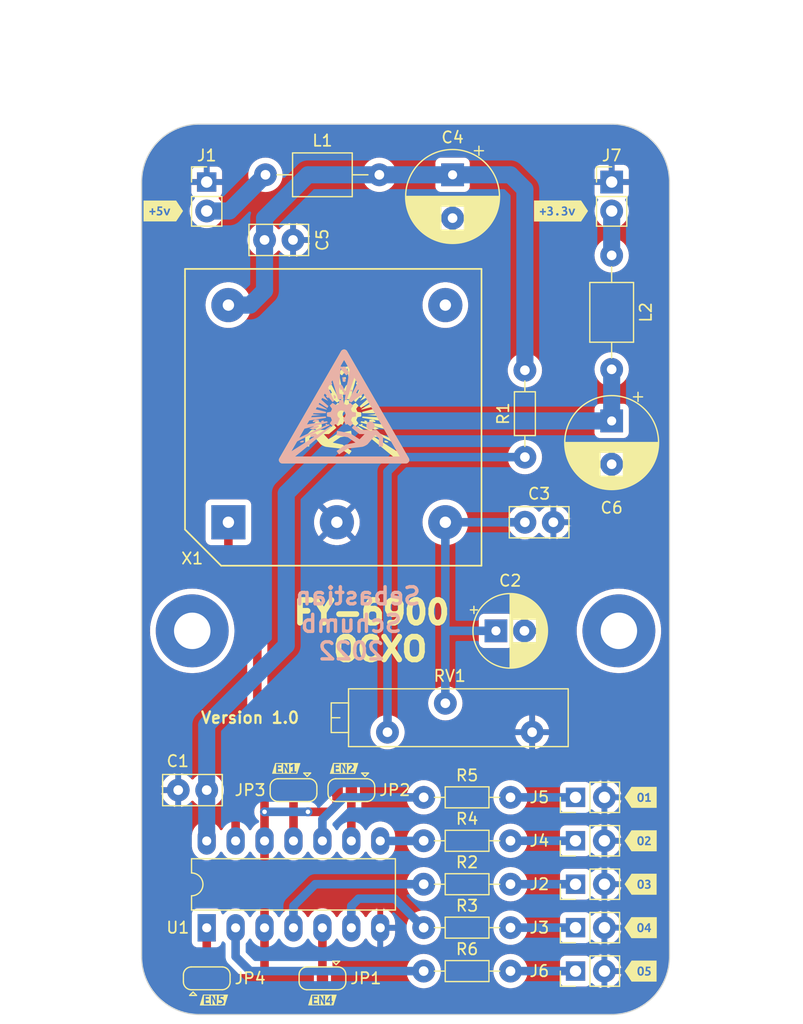
<source format=kicad_pcb>
(kicad_pcb
	(version 20240108)
	(generator "pcbnew")
	(generator_version "8.0")
	(general
		(thickness 1.6)
		(legacy_teardrops no)
	)
	(paper "A4")
	(title_block
		(comment 4 "AISLER Project ID: PDHMGPDU")
	)
	(layers
		(0 "F.Cu" signal)
		(31 "B.Cu" signal)
		(32 "B.Adhes" user "B.Adhesive")
		(33 "F.Adhes" user "F.Adhesive")
		(34 "B.Paste" user)
		(35 "F.Paste" user)
		(36 "B.SilkS" user "B.Silkscreen")
		(37 "F.SilkS" user "F.Silkscreen")
		(38 "B.Mask" user)
		(39 "F.Mask" user)
		(40 "Dwgs.User" user "User.Drawings")
		(41 "Cmts.User" user "User.Comments")
		(42 "Eco1.User" user "User.Eco1")
		(43 "Eco2.User" user "User.Eco2")
		(44 "Edge.Cuts" user)
		(45 "Margin" user)
		(46 "B.CrtYd" user "B.Courtyard")
		(47 "F.CrtYd" user "F.Courtyard")
		(48 "B.Fab" user)
		(49 "F.Fab" user)
		(50 "User.1" user)
		(51 "User.2" user)
		(52 "User.3" user)
		(53 "User.4" user)
		(54 "User.5" user)
		(55 "User.6" user)
		(56 "User.7" user)
		(57 "User.8" user)
		(58 "User.9" user)
	)
	(setup
		(stackup
			(layer "F.SilkS"
				(type "Top Silk Screen")
			)
			(layer "F.Paste"
				(type "Top Solder Paste")
			)
			(layer "F.Mask"
				(type "Top Solder Mask")
				(thickness 0.01)
			)
			(layer "F.Cu"
				(type "copper")
				(thickness 0.035)
			)
			(layer "dielectric 1"
				(type "core")
				(thickness 1.51)
				(material "FR4")
				(epsilon_r 4.5)
				(loss_tangent 0.02)
			)
			(layer "B.Cu"
				(type "copper")
				(thickness 0.035)
			)
			(layer "B.Mask"
				(type "Bottom Solder Mask")
				(thickness 0.01)
			)
			(layer "B.Paste"
				(type "Bottom Solder Paste")
			)
			(layer "B.SilkS"
				(type "Bottom Silk Screen")
			)
			(copper_finish "None")
			(dielectric_constraints no)
		)
		(pad_to_mask_clearance 0)
		(allow_soldermask_bridges_in_footprints no)
		(pcbplotparams
			(layerselection 0x00010fc_ffffffff)
			(plot_on_all_layers_selection 0x0000000_00000000)
			(disableapertmacros no)
			(usegerberextensions no)
			(usegerberattributes yes)
			(usegerberadvancedattributes yes)
			(creategerberjobfile yes)
			(dashed_line_dash_ratio 12.000000)
			(dashed_line_gap_ratio 3.000000)
			(svgprecision 6)
			(plotframeref no)
			(viasonmask no)
			(mode 1)
			(useauxorigin no)
			(hpglpennumber 1)
			(hpglpenspeed 20)
			(hpglpendiameter 15.000000)
			(pdf_front_fp_property_popups yes)
			(pdf_back_fp_property_popups yes)
			(dxfpolygonmode yes)
			(dxfimperialunits yes)
			(dxfusepcbnewfont yes)
			(psnegative no)
			(psa4output no)
			(plotreference yes)
			(plotvalue yes)
			(plotfptext yes)
			(plotinvisibletext no)
			(sketchpadsonfab no)
			(subtractmaskfromsilk no)
			(outputformat 1)
			(mirror no)
			(drillshape 0)
			(scaleselection 1)
			(outputdirectory "gerbers/")
		)
	)
	(net 0 "")
	(net 1 "+5V")
	(net 2 "GND")
	(net 3 "Net-(C2-Pad1)")
	(net 4 "Net-(J1-Pad2)")
	(net 5 "Net-(J2-Pad1)")
	(net 6 "Net-(J3-Pad1)")
	(net 7 "Net-(J4-Pad1)")
	(net 8 "Net-(J5-Pad1)")
	(net 9 "Net-(JP1-Pad2)")
	(net 10 "Net-(JP1-Pad3)")
	(net 11 "Net-(JP2-Pad2)")
	(net 12 "Net-(JP3-Pad2)")
	(net 13 "Net-(R1-Pad2)")
	(net 14 "Net-(R2-Pad1)")
	(net 15 "Net-(R3-Pad1)")
	(net 16 "Net-(R4-Pad1)")
	(net 17 "Net-(R5-Pad1)")
	(net 18 "+3V3")
	(net 19 "unconnected-(X1-Pad4)")
	(net 20 "Net-(J6-Pad1)")
	(net 21 "Net-(JP4-Pad2)")
	(net 22 "Net-(R6-Pad1)")
	(net 23 "Net-(J7-Pad2)")
	(net 24 "Net-(U1-Pad13)")
	(footprint "kibuzzard-62964395" (layer "F.Cu") (at 123.825 146.685))
	(footprint "Capacitor_THT:C_Disc_D5.0mm_W2.5mm_P2.50mm" (layer "F.Cu") (at 118.745 80.01))
	(footprint "Inductor_THT:L_Axial_L5.0mm_D3.6mm_P10.00mm_Horizontal_Murata_BL01RN1A2A2" (layer "F.Cu") (at 118.825 74.295))
	(footprint "Resistor_THT:R_Axial_DIN0204_L3.6mm_D1.6mm_P7.62mm_Horizontal" (layer "F.Cu") (at 132.72 128.905))
	(footprint "Resistor_THT:R_Axial_DIN0204_L3.6mm_D1.6mm_P7.62mm_Horizontal" (layer "F.Cu") (at 132.72 144.145))
	(footprint "Potentiometer_THT:Potentiometer_Bourns_3006P_Horizontal" (layer "F.Cu") (at 142.24 123.19))
	(footprint "Connector_PinHeader_2.54mm:PinHeader_1x02_P2.54mm_Vertical" (layer "F.Cu") (at 146.05 128.905 90))
	(footprint "Jumper:SolderJumper-3_P1.3mm_Open_RoundedPad1.0x1.5mm" (layer "F.Cu") (at 121.29 128.27 180))
	(footprint "kibuzzard-6296411A" (layer "F.Cu") (at 151.765 128.905))
	(footprint "kibuzzard-62964145" (layer "F.Cu") (at 151.765 144.145))
	(footprint "kibuzzard-62964377" (layer "F.Cu") (at 120.65 126.365))
	(footprint "Connector_PinHeader_2.54mm:PinHeader_1x02_P2.54mm_Vertical" (layer "F.Cu") (at 113.665 74.93))
	(footprint "Jumper:SolderJumper-3_P1.3mm_Open_RoundedPad1.0x1.5mm" (layer "F.Cu") (at 126.37 128.27 180))
	(footprint "Jumper:SolderJumper-3_P1.3mm_Open_RoundedPad1.0x1.5mm" (layer "F.Cu") (at 113.67 144.78))
	(footprint "Resistor_THT:R_Axial_DIN0204_L3.6mm_D1.6mm_P7.62mm_Horizontal" (layer "F.Cu") (at 132.72 140.335))
	(footprint "kibuzzard-6296413B" (layer "F.Cu") (at 151.765 140.335))
	(footprint "Capacitor_THT:C_Disc_D5.0mm_W2.5mm_P2.50mm" (layer "F.Cu") (at 141.605 104.775))
	(footprint "Connector_PinHeader_2.54mm:PinHeader_1x02_P2.54mm_Vertical" (layer "F.Cu") (at 146.05 136.525 90))
	(footprint "Connector_PinHeader_2.54mm:PinHeader_1x02_P2.54mm_Vertical" (layer "F.Cu") (at 146.045 132.715 90))
	(footprint "ocxo:ocxo" (layer "F.Cu") (at 125.095 95.25 180))
	(footprint "Capacitor_THT:CP_Radial_D6.3mm_P2.50mm" (layer "F.Cu") (at 139.065 114.3))
	(footprint "kibuzzard-62963F29" (layer "F.Cu") (at 144.78 77.47))
	(footprint "misc:logo"
		(layer "F.Cu")
		(uuid "9180d7c2-ce82-4cd5-b2d5-d944586fb090")
		(at 125.73 94.615)
		(property "Reference" "G***"
			(at 0 0 0)
			(layer "F.SilkS")
			(hide yes)
			(uuid "f75ad864-f096-4907-b31d-1a5733db4331")
			(effects
				(font
					(size 1.524 1.524)
					(thickness 0.3)
				)
			)
		)
		(property "Value" "LOGO"
			(at 0.75 0 0)
			(layer "F.SilkS")
			(hide yes)
			(uuid "8020425b-e9f3-495c-818a-7f5fd22a8d70")
			(effects
				(font
					(size 1.524 1.524)
					(thickness 0.3)
				)
			)
		)
		(property "Footprint" ""
			(at 0 0 0)
			(unlocked yes)
			(layer "F.Fab")
			(hide yes)
			(uuid "7c1c7211-3710-4a24-93fe-7917ddbc1ed8")
			(effects
				(font
					(size 1.27 1.27)
				)
			)
		)
		(property "Datasheet" ""
			(at 0 0 0)
			(unlocked yes)
			(layer "F.Fab")
			(hide yes)
			(uuid "8aaa747f-0ec8-49e9-86d0-b7bc56b8ddd8")
			(effects
				(font
					(size 1.27 1.27)
				)
			)
		)
		(property "Description" ""
			(at 0 0 0)
			(unlocked yes)
			(layer "F.Fab")
			(hide yes)
			(uuid "12054b15-50a7-4441-ac75-8ed441d213b0")
			(effects
				(font
					(size 1.27 1.27)
				)
			)
		)
		(attr board_only exclude_from_pos_files exclude_from_bom)
		(fp_poly
			(pts
				(xy 0.730806 -0.551226) (xy 0.740029 -0.548401) (xy 0.745491 -0.545619) (xy 0.749616 -0.542808)
				(xy 0.753437 -0.539748) (xy 0.756613 -0.536788) (xy 0.758804 -0.534279) (xy 0.75967 -0.532569) (xy 0.758869 -0.53201)
				(xy 0.758717 -0.532026) (xy 0.757242 -0.532534) (xy 0.75389 -0.533831) (xy 0.749135 -0.535729) (xy 0.74345 -0.538042)
				(xy 0.742492 -0.538436) (xy 0.736591 -0.540857) (xy 0.731439 -0.54296) (xy 0.727547 -0.544536) (xy 0.72543 -0.545377)
				(xy 0.725314 -0.545421) (xy 0.722532 -0.546495) (xy 0.72086 -0.547167) (xy 0.717643 -0.54839) (xy 0.716088 -0.548921)
				(xy 0.713937 -0.550023) (xy 0.714067 -0.551056) (xy 0.716217 -0.551849) (xy 0.720127 -0.552231)
				(xy 0.721178 -0.552243)
			)
			(stroke
				(width 0)
				(type solid)
			)
			(fill solid)
			(layer "F.SilkS")
			(uuid "3f2f1aeb-24f2-4597-bbb9-54b12c752d6f")
		)
		(fp_poly
			(pts
				(xy -0.612672 -1.467594) (xy -0.610792 -1.467327) (xy -0.600633 -1.464518) (xy -0.590378 -1.459648)
				(xy -0.580604 -1.45311) (xy -0.571888 -1.445298) (xy -0.564808 -1.436605) (xy -0.564088 -1.435508)
				(xy -0.557692 -1.424075) (xy -0.552332 -1.411612) (xy -0.548224 -1.398794) (xy -0.545582 -1.386297)
				(xy -0.544623 -1.374797) (xy -0.544622 -1.374539) (xy -0.544695 -1.369266) (xy -0.545039 -1.365782)
				(xy -0.545844 -1.363332) (xy -0.547299 -1.361162) (xy -0.548276 -1.360009) (xy -0.550614 -1.356828)
				(xy -0.553459 -1.352237) (xy -0.556255 -1.34714) (xy -0.556687 -1.346286) (xy -0.560799 -1.338344)
				(xy -0.564883 -1.331006) (xy -0.568651 -1.324759) (xy -0.571816 -1.320092) (xy -0.573133 -1.318445)
				(xy -0.577352 -1.315021) (xy -0.58328 -1.312552) (xy -0.591237 -1.31092) (xy -0.594249 -1.310556)
				(xy -0.600425 -1.309886) (xy -0.607618 -1.309072) (xy -0.61432 -1.308285) (xy -0.614609 -1.30825)
				(xy -0.632652 -1.306194) (xy -0.648432 -1.304666) (xy -0.662172 -1.303654) (xy -0.674096 -1.303149)
				(xy -0.684429 -1.30314) (xy -0.693395 -1.303618) (xy -0.699884 -1.304366) (xy -0.709595 -1.306836)
				(xy -0.718363 -1.311093) (xy -0.725751 -1.316841) (xy -0.73132 -1.323783) (xy -0.732837 -1.326606)
				(xy -0.734557 -1.332274) (xy -0.735433 -1.339875) (xy -0.735446 -1.348933) (xy -0.734577 -1.358976)
				(xy -0.734259 -1.36131) (xy -0.733537 -1.366302) (xy -0.732598 -1.372802) (xy -0.73159 -1.379797)
				(xy -0.73101 -1.383824) (xy -0.729659 -1.392967) (xy -0.728174 -1.402506) (xy -0.726448 -1.413111)
				(xy -0.724373 -1.425454) (xy -0.724057 -1.42731) (xy -0.722354 -1.434237) (xy -0.719593 -1.43971)
				(xy -0.715202 -1.444773) (xy -0.713747 -1.446128) (xy -0.708621 -1.449925) (xy -0.701824 -1.453802)
				(xy -0.69419 -1.457367) (xy -0.68655 -1.460231) (xy -0.680142 -1.461926) (xy -0.666955 -1.464203)
				(xy -0.65398 -1.465991) (xy -0.641639 -1.467257) (xy -0.630358 -1.467969) (xy -0.620561 -1.468092)
			)
			(stroke
				(width 0)
				(type solid)
			)
			(fill solid)
			(layer "F.SilkS")
			(uuid "68617ba5-42bf-490f-8799-0863bd897117")
		)
		(fp_poly
			(pts
				(xy 3.548865 2.989654) (xy 3.552019 2.989949) (xy 3.556576 2.990546) (xy 3.562852 2.991469) (xy 3.571164 2.992743)
				(xy 3.576308 2.993539) (xy 3.583123 2.994577) (xy 3.590313 2.995644) (xy 3.596662 2.996562) (xy 3.598577 2.99683)
				(xy 3.604649 2.997687) (xy 3.611012 2.998612) (xy 3.615755 2.999323) (xy 3.626426 3.000758) (xy 3.635186 3.001442)
				(xy 3.642558 3.001371) (xy 3.649063 3.000544) (xy 3.654566 2.999164) (xy 3.660553 2.997562) (xy 3.666203 2.996653)
				(xy 3.671863 2.996506) (xy 3.677879 2.997191) (xy 3.6846 2.99878) (xy 3.692372 3.001343) (xy 3.701542 3.00495)
				(xy 3.712459 3.009673) (xy 3.717554 3.011963) (xy 3.721034 3.013487) (xy 3.726018 3.015605) (xy 3.73165 3.017953)
				(xy 3.734096 3.01896) (xy 3.740684 3.021697) (xy 3.747901 3.024757) (xy 3.754411 3.027571) (xy 3.755728 3.028151)
				(xy 3.761239 3.030587) (xy 3.766649 3.032978) (xy 3.770952 3.034881) (xy 3.771634 3.035182) (xy 3.774322 3.036421)
				(xy 3.778921 3.038599) (xy 3.785056 3.041536) (xy 3.792354 3.045051) (xy 3.800438 3.048965) (xy 3.8079 3.052593)
				(xy 3.816578 3.056801) (xy 3.824996 3.060844) (xy 3.832734 3.064524) (xy 3.83937 3.067641) (xy 3.844484 3.069996)
				(xy 3.847231 3.071212) (xy 3.853711 3.074405) (xy 3.859175 3.078208) (xy 3.864 3.083028) (xy 3.868562 3.089278)
				(xy 3.873239 3.097367) (xy 3.875724 3.102199) (xy 3.879611 3.110372) (xy 3.882161 3.116817) (xy 3.883446 3.121924)
				(xy 3.883539 3.126084) (xy 3.88251 3.129687) (xy 3.881205 3.132022) (xy 3.876853 3.136707) (xy 3.870213 3.141219)
				(xy 3.861542 3.145447) (xy 3.851095 3.149283) (xy 3.839129 3.152617) (xy 3.826987 3.155149) (xy 3.817903 3.156471)
				(xy 3.806753 3.157619) (xy 3.794012 3.158578) (xy 3.780154 3.159332) (xy 3.765655 3.159868) (xy 3.750987 3.160172)
				(xy 3.736626 3.160228) (xy 3.723046 3.160022) (xy 3.710721 3.15954) (xy 3.702284 3.158962) (xy 3.683589 3.156965)
				(xy 3.664904 3.154203) (xy 3.646635 3.150771) (xy 3.629188 3.146764) (xy 3.612969 3.142279) (xy 3.598385 3.137409)
				(xy 3.585841 3.132251) (xy 3.583307 3.131044) (xy 3.575821 3.127275) (xy 3.57008 3.124112) (xy 3.565484 3.121167)
				(xy 3.561436 3.118051) (xy 3.557337 3.114377) (xy 3.556728 3.113799) (xy 3.549449 3.105517) (xy 3.54465 3.096868)
				(xy 3.542274 3.087696) (xy 3.542267 3.077846) (xy 3.5427 3.074839) (xy 3.543141 3.071967) (xy 3.543433 3.068995)
				(xy 3.543568 3.065575) (xy 3.543537 3.061355) (xy 3.543333 3.055987) (xy 3.542947 3.04912) (xy 3.542371 3.040404)
				(xy 3.541627 3.029926) (xy 3.541136 3.020532) (xy 3.541033 3.011781) (xy 3.541296 3.004055) (xy 3.541901 2.997741)
				(xy 3.542827 2.99322) (xy 3.543935 2.990982) (xy 3.544648 2.990323) (xy 3.545496 2.989866) (xy 3.546796 2.989634)
			)
			(stroke
				(width 0)
				(type solid)
			)
			(fill solid)
			(layer "F.SilkS")
			(uuid "8baf31fa-31f2-4e84-ad86-348df774f617")
		)
		(fp_poly
			(pts
				(xy 0.869227 -0.998018) (xy 0.87411 -0.997028) (xy 0.879699 -0.994987) (xy 0.886656 -0.991749) (xy 0.888054 -0.991054)
				(xy 0.896185 -0.986575) (xy 0.902564 -0.981964) (xy 0.907665 -0.976682) (xy 0.911962 -0.970196)
				(xy 0.915931 -0.961968) (xy 0.917741 -0.957541) (xy 0.922175 -0.945884) (xy 0.925516 -0.936103)
				(xy 0.927844 -0.927818) (xy 0.929238 -0.920644) (xy 0.929778 -0.914201) (xy 0.929543 -0.908106)
				(xy 0.928942 -0.903735) (xy 0.927636 -0.897888) (xy 0.925788 -0.893822) (xy 0.922852 -0.890775)
				(xy 0.91828 -0.887983) (xy 0.917306 -0.887481) (xy 0.912679 -0.88466) (xy 0.908726 -0.881048) (xy 0.905073 -0.876183)
				(xy 0.901349 -0.869602) (xy 0.898932 -0.864651) (xy 0.894301 -0.853679) (xy 0.891189 -0.843394)
				(xy 0.889311 -0.832688) (xy 0.888585 -0.824447) (xy 0.888336 -0.81813) (xy 0.888506 -0.812614) (xy 0.889204 -0.807201)
				(xy 0.890539 -0.80119) (xy 0.892622 -0.793883) (xy 0.894097 -0.789145) (xy 0.89541 -0.784422) (xy 0.896993 -0.777832)
				(xy 0.898714 -0.770021) (xy 0.90044 -0.761638) (xy 0.902039 -0.753327) (xy 0.903378 -0.745735) (xy 0.904324 -0.739509)
				(xy 0.904405 -0.738885) (xy 0.904019 -0.732953) (xy 0.901623 -0.726229) (xy 0.897398 -0.719219)
				(xy 0.897339 -0.719138) (xy 0.894069 -0.715973) (xy 0.889127 -0.712691) (xy 0.883326 -0.709728)
				(xy 0.877476 -0.70752) (xy 0.874194 -0.706724) (xy 0.871285 -0.706124) (xy 0.866536 -0.705043) (xy 0.860577 -0.703628)
				(xy 0.854034 -0.702025) (xy 0.853198 -0.701817) (xy 0.841303 -0.699034) (xy 0.829485 -0.696618)
				(xy 0.818248 -0.694651) (xy 0.808097 -0.693215) (xy 0.799536 -0.692395) (xy 0.794946 -0.69223) (xy 0.791809 -0.692318)
				(xy 0.789156 -0.692743) (xy 0.786436 -0.693744) (xy 0.783098 -0.695561) (xy 0.778588 -0.698435)
				(xy 0.774691 -0.701034) (xy 0.768749 -0.705164) (xy 0.762791 -0.709543) (xy 0.757586 -0.713595)
				(xy 0.754446 -0.716243) (xy 0.75198 -0.71853) (xy 0.74994 -0.720706) (xy 0.748107 -0.723156) (xy 0.746258 -0.726267)
				(xy 0.744174 -0.730423) (xy 0.741632 -0.736012) (xy 0.738412 -0.743419) (xy 0.736991 -0.74673) (xy 0.732691 -0.757136)
				(xy 0.728337 -0.768342) (xy 0.724119 -0.779807) (xy 0.720228 -0.790989) (xy 0.716852 -0.801348)
				(xy 0.714181 -0.810342) (xy 0.712724 -0.815997) (xy 0.711462 -0.825509) (xy 0.711615 -0.836241)
				(xy 0.713084 -0.847369) (xy 0.715767 -0.858068) (xy 0.718794 -0.865924) (xy 0.721466 -0.870574)
				(xy 0.725856 -0.876786) (xy 0.731829 -0.884379) (xy 0.738244 -0.89201) (xy 0.746039 -0.900981) (xy 0.752689 -0.908432)
				(xy 0.758654 -0.91482) (xy 0.764393 -0.9206) (xy 0.770364 -0.92623) (xy 0.777026 -0.932165) (xy 0.784839 -0.938862)
				(xy 0.788302 -0.941783) (xy 0.797848 -0.949959) (xy 0.805904 -0.957235) (xy 0.813054 -0.964184)
				(xy 0.819884 -0.97138) (xy 0.826977 -0.979397) (xy 0.828953 -0.981707) (xy 0.836105 -0.988436) (xy 0.844688 -0.99337)
				(xy 0.854984 -0.996656) (xy 0.858924 -0.997425) (xy 0.864386 -0.998102)
			)
			(stroke
				(width 0)
				(type solid)
			)
			(fill solid)
			(layer "F.SilkS")
			(uuid "88d47af8-f385-41c3-a158-4c2020d5a72a")
		)
		(fp_poly
			(pts
				(xy -2.295927 1.321453) (xy -2.265841 1.324428) (xy -2.255758 1.325872) (xy -2.240988 1.328716)
				(xy -2.224808 1.332849) (xy -2.207862 1.338057) (xy -2.190795 1.344126) (xy -2.174251 1.350842)
				(xy -2.158874 1.357991) (xy -2.158636 1.35811) (xy -2.132091 1.372838) (xy -2.106921 1.389657) (xy -2.083244 1.408448)
				(xy -2.061177 1.42909) (xy -2.040838 1.451461) (xy -2.022345 1.475442) (xy -2.005816 1.500911) (xy -1.991369 1.527748)
				(xy -1.989668 1.531293) (xy -1.986786 1.537492) (xy -1.984153 1.543357) (xy -1.98205 1.548248) (xy -1.980759 1.551526)
				(xy -1.980715 1.551653) (xy -1.979502 1.555121) (xy -1.977705 1.560168) (xy -1.975614 1.565984)
				(xy -1.974376 1.569404) (xy -1.967536 1.591044) (xy -1.962054 1.614388) (xy -1.958008 1.638936)
				(xy -1.955482 1.664188) (xy -1.954557 1.689646) (xy -1.954554 1.691127) (xy -1.955384 1.716582)
				(xy -1.957818 1.74186) (xy -1.961777 1.766462) (xy -1.967178 1.78989) (xy -1.973941 1.811644) (xy -1.974376 1.812851)
				(xy -1.976505 1.818741) (xy -1.978508 1.824335) (xy -1.980096 1.828821) (xy -1.980715 1.830602)
				(xy -1.982815 1.835991) (xy -1.985936 1.84303) (xy -1.989806 1.851173) (xy -1.994157 1.859877) (xy -1.998718 1.868596)
				(xy -2.003219 1.876786) (xy -2.005864 1.881363) (xy -2.022458 1.906988) (xy -2.040913 1.930985)
				(xy -2.061111 1.953262) (xy -2.082935 1.973729) (xy -2.106266 1.992295) (xy -2.130987 2.008869)
				(xy -2.156978 2.02336) (xy -2.184122 2.035677) (xy -2.212301 2.045729) (xy -2.223662 2.049048) (xy -2.231781 2.051249)
				(xy -2.238183 2.052899) (xy -2.243593 2.05416) (xy -2.248736 2.05519) (xy -2.25434 2.056149) (xy -2.259927 2.057015)
				(xy -2.266254 2.057997) (xy -2.272354 2.058989) (xy -2.27734 2.059845) (xy -2.279395 2.060226) (xy -2.282312 2.060542)
				(xy -2.287359 2.060815) (xy -2.294125 2.061033) (xy -2.302195 2.061186) (xy -2.311156 2.061263)
				(xy -2.319478 2.061259) (xy -2.3302 2.061187) (xy -2.338882 2.061059) (xy -2.346033 2.060843) (xy -2.352158 2.060505)
				(xy -2.357764 2.06001) (xy -2.363356 2.059326) (xy -2.369442 2.058418) (xy -2.374451 2.057601) (xy -2.381883 2.056335)
				(xy -2.388813 2.055103) (xy -2.394687 2.054008) (xy -2.398948 2.053152) (xy -2.400537 2.052786)
				(xy -2.41001 2.050315) (xy -2.417619 2.048264) (xy -2.423969 2.046444) (xy -2.429665 2.044661) (xy -2.435313 2.042726)
				(xy -2.441518 2.040446) (xy -2.448887 2.037629) (xy -2.4508 2.036889) (xy -2.477374 2.02525) (xy -2.503068 2.011303)
				(xy -2.527702 1.99519) (xy -2.551095 1.97705) (xy -2.573065 1.957024) (xy -2.593433 1.935251) (xy -2.611995 1.911903)
				(xy -2.62857 1.887322) (xy -2.642911 1.861951) (xy -2.655078 1.835632) (xy -2.665131 1.808207) (xy -2.673128 1.779519)
				(xy -2.679129 1.74941) (xy -2.68253 1.724212) (xy -2.682933 1.718818) (xy -2.683203 1.711643) (xy -2.683346 1.703161)
				(xy -2.683371 1.693846) (xy -2.683285 1.684172) (xy -2.683094 1.674612) (xy -2.682806 1.665639)
				(xy -2.682428 1.657728) (xy -2.681967 1.651352) (xy -2.68143 1.646986) (xy -2.681355 1.646591) (xy -2.680635 1.642634)
				(xy -2.679737 1.637159) (xy -2.678825 1.631167) (xy -2.678572 1.629412) (xy -2.674893 1.609485)
				(xy -2.669451 1.588478) (xy -2.662446 1.566928) (xy -2.654075 1.545374) (xy -2.64454 1.524356) (xy -2.634038 1.504412)
				(xy -2.629359 1.496438) (xy -2.612519 1.47109) (xy -2.593804 1.447386) (xy -2.573331 1.425414) (xy -2.551221 1.405264)
				(xy -2.527591 1.387024) (xy -2.50256 1.370782) (xy -2.476248 1.356627) (xy -2.448773 1.344648) (xy -2.420255 1.334932)
				(xy -2.407887 1.33152) (xy -2.380746 1.325693) (xy -2.353176 1.322078) (xy -2.324971 1.320667)
			)
			(stroke
				(width 0)
				(type solid)
			)
			(fill solid)
			(layer "F.SilkS")
			(uuid "d2eb360b-2bc4-4408-a8b3-07959277e262")
		)
		(fp_poly
			(pts
				(xy 0.082954 -2.582223) (xy 0.084838 -2.581932) (xy 0.090353 -2.580431) (xy 0.097085 -2.577861)
				(xy 0.10454 -2.57449) (xy 0.112219 -2.570587) (xy 0.119628 -2.566421) (xy 0.12627 -2.562261) (xy 0.131647 -2.558377)
				(xy 0.135265 -2.555036) (xy 0.135862 -2.554282) (xy 0.137833 -2.551158) (xy 0.140097 -2.546843)
				(xy 0.142782 -2.541055) (xy 0.146018 -2.533512) (xy 0.149935 -2.523932) (xy 0.151195 -2.520786)
				(xy 0.156197 -2.50766) (xy 0.159995 -2.496252) (xy 0.1627 -2.486099) (xy 0.164424 -2.476741) (xy 0.165279 -2.467716)
				(xy 0.165421 -2.461981) (xy 0.164773 -2.451752) (xy 0.162759 -2.443549) (xy 0.159278 -2.437193)
				(xy 0.154229 -2.432503) (xy 0.147513 -2.429299) (xy 0.147142 -2.429177) (xy 0.141772 -2.426423)
				(xy 0.136567 -2.421583) (xy 0.131384 -2.414498) (xy 0.127027 -2.406856) (xy 0.118678 -2.388185)
				(xy 0.112744 -2.368896) (xy 0.109275 -2.34917) (xy 0.108483 -2.339239) (xy 0.108471 -2.331392) (xy 0.109276 -2.323426)
				(xy 0.111003 -2.314747) (xy 0.113759 -2.304764) (xy 0.115885 -2.298102) (xy 0.117416 -2.293318)
				(xy 0.118672 -2.288921) (xy 0.119814 -2.284232) (xy 0.121003 -2.278576) (xy 0.1224 -2.271276) (xy 0.122852 -2.268835)
				(xy 0.123989 -2.262741) (xy 0.125393 -2.255323) (xy 0.12684 -2.247757) (xy 0.127562 -2.244021) (xy 0.129293 -2.234057)
				(xy 0.130179 -2.22605) (xy 0.130219 -2.219557) (xy 0.129407 -2.214132) (xy 0.127742 -2.209332) (xy 0.127298 -2.208392)
				(xy 0.121754 -2.199665) (xy 0.114443 -2.192538) (xy 0.105241 -2.186923) (xy 0.094026 -2.182734)
				(xy 0.089073 -2.181467) (xy 0.083828 -2.18027) (xy 0.078748 -2.179111) (xy 0.075712 -2.178417) (xy 0.071081 -2.177316)
				(xy 0.066568 -2.176181) (xy 0.066169 -2.176076) (xy 0.057006 -2.173669) (xy 0.049671 -2.171791)
				(xy 0.043537 -2.170298) (xy 0.037976 -2.169046) (xy 0.032362 -2.167892) (xy 0.026067 -2.166694)
				(xy 0.021314 -2.165822) (xy 0.007376 -2.16372) (xy -0.006664 -2.162389) (xy -0.019088 -2.161948)
				(xy -0.024874 -2.162007) (xy -0.028906 -2.162297) (xy -0.031975 -2.162992) (xy -0.03487 -2.164267)
				(xy -0.038186 -2.16618) (xy -0.044886 -2.170485) (xy -0.05226 -2.175666) (xy -0.059848 -2.181358)
				(xy -0.067191 -2.187192) (xy -0.07383 -2.192804) (xy -0.079304 -2.197825) (xy -0.083153 -2.20189)
				(xy -0.083513 -2.202333) (xy -0.085356 -2.205184) (xy -0.087895 -2.209839) (xy -0.090852 -2.215752)
				(xy -0.093947 -2.222375) (xy -0.095367 -2.22557) (xy -0.098453 -2.232623) (xy -0.101484 -2.239527)
				(xy -0.104177 -2.24564) (xy -0.106249 -2.25032) (xy -0.106846 -2.251656) (xy -0.11012 -2.259237)
				(xy -0.113304 -2.267094) (xy -0.116076 -2.274402) (xy -0.118113 -2.280337) (xy -0.118295 -2.280923)
				(xy -0.119437 -2.284428) (xy -0.121165 -2.289448) (xy -0.123177 -2.295113) (xy -0.12403 -2.297465)
				(xy -0.127794 -2.308296) (xy -0.130534 -2.317633) (xy -0.132395 -2.326245) (xy -0.133522 -2.334897)
				(xy -0.134061 -2.344358) (xy -0.134164 -2.35091) (xy -0.134061 -2.360287) (xy -0.133682 -2.368097)
				(xy -0.13305 -2.373965) (xy -0.132569 -2.376359) (xy -0.131263 -2.381338) (xy -0.129756 -2.387129)
				(xy -0.128921 -2.390357) (xy -0.127779 -2.39441) (xy -0.126437 -2.398225) (xy -0.124735 -2.402024)
				(xy -0.122515 -2.40603) (xy -0.119615 -2.410463) (xy -0.115878 -2.415548) (xy -0.111144 -2.421504)
				(xy -0.105253 -2.428556) (xy -0.098046 -2.436924) (xy -0.089364 -2.446831) (xy -0.084175 -2.452708)
				(xy -0.076634 -2.461145) (xy -0.070158 -2.468147) (xy -0.064199 -2.474246) (xy -0.058209 -2.479978)
				(xy -0.051641 -2.485876) (xy -0.043948 -2.492475) (xy -0.040084 -2.495722) (xy -0.029574 -2.504558)
				(xy -0.020787 -2.512049) (xy -0.013454 -2.51844) (xy -0.007311 -2.523976) (xy -0.00209 -2.528901)
				(xy 0.002475 -2.53346) (xy 0.00665 -2.537896) (xy 0.010179 -2.541855) (xy 0.017353 -2.550031) (xy 0.02315 -2.556508)
				(xy 0.02783 -2.561536) (xy 0.031652 -2.565365) (xy 0.034873 -2.568247) (xy 0.037753 -2.570433) (xy 0.04055 -2.572172)
				(xy 0.042518 -2.573219) (xy 0.053105 -2.577771) (xy 0.06375 -2.580866) (xy 0.073888 -2.582389)
			)
			(stroke
				(width 0)
				(type solid)
			)
			(fill solid)
			(layer "F.SilkS")
			(uuid "a8d0f58f-0f06-444b-8a1a-c732d79b81a2")
		)
		(fp_poly
			(pts
				(xy 2.458078 1.160959) (xy 2.464673 1.161143) (xy 2.471049 1.161469) (xy 2.473265 1.161613) (xy 2.482007 1.162195)
				(xy 2.492206 1.162848) (xy 2.502777 1.163503) (xy 2.512636 1.164093) (xy 2.515695 1.16427) (xy 2.530999 1.165147)
				(xy 2.543974 1.165906) (xy 2.554831 1.166579) (xy 2.563784 1.167197) (xy 2.571043 1.167793) (xy 2.576821 1.168398)
				(xy 2.581329 1.169045) (xy 2.584778 1.169764) (xy 2.587382 1.170588) (xy 2.58935 1.171549) (xy 2.590896 1.172678)
				(xy 2.592231 1.174008) (xy 2.593567 1.17557) (xy 2.593963 1.176045) (xy 2.603565 1.186903) (xy 2.613065 1.196222)
				(xy 2.623008 1.204418) (xy 2.633937 1.211908) (xy 2.646396 1.219109) (xy 2.657652 1.224855) (xy 2.665143 1.228631)
				(xy 2.67351 1.233036) (xy 2.681598 1.237453) (xy 2.686844 1.240437) (xy 2.693143 1.244083) (xy 2.699566 1.247751)
				(xy 2.705305 1.250985) (xy 2.709112 1.253088) (xy 2.721272 1.260187) (xy 2.731187 1.267129) (xy 2.739131 1.274147)
				(xy 2.745375 1.281472) (xy 2.749111 1.287319) (xy 2.751395 1.292548) (xy 2.752233 1.297898) (xy 2.751632 1.304011)
				(xy 2.749596 1.311528) (xy 2.749324 1.31235) (xy 2.747803 1.317842) (xy 2.746354 1.324701) (xy 2.74521 1.331758)
				(xy 2.744887 1.33442) (xy 2.74416 1.340239) (xy 2.743328 1.345392) (xy 2.742515 1.349164) (xy 2.742081 1.350484)
				(xy 2.73913 1.35462) (xy 2.734151 1.35901) (xy 2.727606 1.363371) (xy 2.719956 1.367423) (xy 2.711661 1.370883)
				(xy 2.705374 1.3729) (xy 2.698675 1.374319) (xy 2.690465 1.375417) (xy 2.681766 1.376108) (xy 2.673601 1.376307)
				(xy 2.667757 1.376018) (xy 2.664316 1.375604) (xy 2.659175 1.374918) (xy 2.653147 1.37407) (xy 2.649306 1.37351)
				(xy 2.636959 1.371694) (xy 2.626319 1.370164) (xy 2.616581 1.368803) (xy 2.610495 1.367975) (xy 2.605803 1.367329)
				(xy 2.599394 1.366428) (xy 2.592072 1.365386) (xy 2.584638 1.364318) (xy 2.583773 1.364192) (xy 2.576215 1.363104)
				(xy 2.568513 1.362005) (xy 2.56153 1.361019) (xy 2.556131 1.360269) (xy 2.555778 1.36022) (xy 2.549771 1.359381)
				(xy 2.543665 1.358496) (xy 2.538747 1.357754) (xy 2.5386 1.357731) (xy 2.533316 1.356984) (xy 2.527087 1.356261)
				(xy 2.519786 1.355556) (xy 2.511288 1.354862) (xy 2.501468 1.354173) (xy 2.490199 1.353482) (xy 2.477356 1.352783)
				(xy 2.462813 1.352069) (xy 2.446445 1.351333) (xy 2.428125 1.350569) (xy 2.407729 1.349771) (xy 2.385131 1.348931)
				(xy 2.360205 1.348043) (xy 2.340729 1.347369) (xy 2.323616 1.346767) (xy 2.308874 1.34621) (xy 2.296327 1.345686)
				(xy 2.285802 1.345188) (xy 2.277124 1.344704) (xy 2.270118 1.344225) (xy 2.264611 1.343741) (xy 2.260427 1.343243)
				(xy 2.257394 1.34272) (xy 2.257063 1.342647) (xy 2.247039 1.33941) (xy 2.237094 1.334483) (xy 2.228204 1.32839)
				(xy 2.224476 1.325087) (xy 2.219495 1.319523) (xy 2.215993 1.31376) (xy 2.21376 1.307215) (xy 2.212587 1.299305)
				(xy 2.212267 1.290932) (xy 2.212309 1.285359) (xy 2.212649 1.28125) (xy 2.21351 1.277656) (xy 2.21511 1.27363)
				(xy 2.21746 1.268664) (xy 2.220323 1.26273) (xy 2.222237 1.258421) (xy 2.223344 1.255063) (xy 2.223787 1.251981)
				(xy 2.223708 1.2485) (xy 2.223248 1.243948) (xy 2.223043 1.242154) (xy 2.221157 1.229786) (xy 2.218534 1.219024)
				(xy 2.21535 1.210461) (xy 2.213274 1.20437) (xy 2.213216 1.198755) (xy 2.215201 1.192735) (xy 2.21589 1.191318)
				(xy 2.218571 1.186566) (xy 2.221851 1.181528) (xy 2.225336 1.176724) (xy 2.228633 1.172674) (xy 2.231348 1.1699)
				(xy 2.2328 1.168958) (xy 2.235984 1.168148) (xy 2.239689 1.167473) (xy 2.244158 1.166923) (xy 2.249633 1.166485)
				(xy 2.256356 1.166149) (xy 2.264568 1.165903) (xy 2.274511 1.165737) (xy 2.286427 1.16564) (xy 2.300558 1.1656)
				(xy 2.306288 1.165598) (xy 2.318862 1.16557) (xy 2.331376 1.165486) (xy 2.34344 1.165353) (xy 2.354668 1.165178)
				(xy 2.364674 1.164967) (xy 2.37307 1.164726) (xy 2.379468 1.164462) (xy 2.381448 1.164347) (xy 2.397687 1.163301)
				(xy 2.411679 1.162457) (xy 2.423714 1.161806) (xy 2.434082 1.161339) (xy 2.443072 1.161048) (xy 2.450974 1.160924)
			)
			(stroke
				(width 0)
				(type solid)
			)
			(fill solid)
			(layer "F.SilkS")
			(uuid "fad34361-5673-4b6b-8616-ccc33cd00c24")
		)
		(fp_poly
			(pts
				(xy 2.279285 1.67995) (xy 2.280275 1.680007) (xy 2.28695 1.680876) (xy 2.295437 1.682677) (xy 2.305225 1.685298)
				(xy 2.307644 1.686017) (xy 2.320421 1.689712) (xy 2.334919 1.693623) (xy 2.350351 1.697554) (xy 2.365928 1.701309)
				(xy 2.38086 1.704694) (xy 2.394359 1.707512) (xy 2.394809 1.7076) (xy 2.40115 1.70885) (xy 2.407307 1.710073)
				(xy 2.412389 1.71109) (xy 2.414533 1.711524) (xy 2.422579 1.713154) (xy 2.431242 1.714882) (xy 2.440026 1.716613)
				(xy 2.448438 1.718251) (xy 2.455984 1.7197) (xy 2.462168 1.720863) (xy 2.466497 1.721645) (xy 2.467341 1.721787)
				(xy 2.472819 1.722718) (xy 2.478552 1.723737) (xy 2.480702 1.724134) (xy 2.484972 1.724923) (xy 2.490697 1.725961)
				(xy 2.496825 1.727058) (xy 2.498517 1.727358) (xy 2.504808 1.728517) (xy 2.511229 1.729776) (xy 2.516603 1.730901)
				(xy 2.517604 1.731125) (xy 2.523279 1.732392) (xy 2.529313 1.7337) (xy 2.532237 1.734317) (xy 2.540296 1.736016)
				(xy 2.549229 1.737947) (xy 2.558553 1.74) (xy 2.567783 1.742066) (xy 2.576436 1.744036) (xy 2.584027 1.745801)
				(xy 2.590074 1.747252) (xy 2.593953 1.748242) (xy 2.597929 1.749317) (xy 2.602662 1.750585) (xy 2.608449 1.752126)
				(xy 2.615583 1.754018) (xy 2.624361 1.756339) (xy 2.635078 1.759166) (xy 2.644852 1.761742) (xy 2.651048 1.763402)
				(xy 2.657095 1.765068) (xy 2.662075 1.766485) (xy 2.663939 1.767039) (xy 2.668475 1.7684) (xy 2.672661 1.769614)
				(xy 2.674119 1.77002) (xy 2.677083 1.770879) (xy 2.68164 1.77226) (xy 2.68696 1.773911) (xy 2.688753 1.774475)
				(xy 2.694142 1.776158) (xy 2.699044 1.777654) (xy 2.70263 1.77871) (xy 2.703386 1.77892) (xy 2.709765 1.78081)
				(xy 2.718187 1.783573) (xy 2.728349 1.787095) (xy 2.739951 1.791261) (xy 2.752689 1.795954) (xy 2.766261 1.801061)
				(xy 2.780367 1.806465) (xy 2.794702 1.812052) (xy 2.808966 1.817706) (xy 2.822856 1.823312) (xy 2.836071 1.828756)
				(xy 2.848307 1.833921) (xy 2.853539 1.836178) (xy 2.862679 1.840107) (xy 2.873364 1.844624) (xy 2.884772 1.849388)
				(xy 2.896081 1.854056) (xy 2.906467 1.858283) (xy 2.908256 1.859003) (xy 2.916465 1.862305) (xy 2.923992 1.86534)
				(xy 2.930483 1.867965) (xy 2.935581 1.870036) (xy 2.938932 1.871408) (xy 2.940068 1.871886) (xy 2.941603 1.872517)
				(xy 2.945221 1.873982) (xy 2.95064 1.876168) (xy 2.957579 1.878961) (xy 2.965758 1.882249) (xy 2.974895 1.885921)
				(xy 2.98471 1.889862) (xy 2.994923 1.89396) (xy 3.005252 1.898103) (xy 3.015416 1.902179) (xy 3.025136 1.906073)
				(xy 3.034129 1.909675) (xy 3.042116 1.91287) (xy 3.048815 1.915547) (xy 3.053946 1.917593) (xy 3.057228 1.918894)
				(xy 3.057772 1.919108) (xy 3.059882 1.920107) (xy 3.059788 1.920927) (xy 3.05871 1.921608) (xy 3.056829 1.922413)
				(xy 3.052933 1.923902) (xy 3.047416 1.925933) (xy 3.040671 1.928367) (xy 3.033091 1.931063) (xy 3.025068 1.933879)
				(xy 3.016997 1.936676) (xy 3.009418 1.939261) (xy 3.005766 1.940514) (xy 3.000323 1.942406) (xy 2.993694 1.944725)
				(xy 2.986488 1.947259) (xy 2.982696 1.948597) (xy 2.968015 1.953785) (xy 2.955532 1.958193) (xy 2.945048 1.961891)
				(xy 2.936362 1.964951) (xy 2.929274 1.967442) (xy 2.923584 1.969435) (xy 2.919091 1.971) (xy 2.915594 1.972207)
				(xy 2.912895 1.973127) (xy 2.911437 1.973616) (xy 2.907149 1.975085) (xy 2.901396 1.977111) (xy 2.895102 1.979369)
				(xy 2.891713 1.980601) (xy 2.885515 1.982848) (xy 2.879347 1.985047) (xy 2.874133 1.986872) (xy 2.87199 1.987602)
				(xy 2.868489 1.988796) (xy 2.863136 1.990649) (xy 2.856475 1.99297) (xy 2.849054 1.995569) (xy 2.842723 1.997795)
				(xy 2.835085 2.00048) (xy 2.827756 2.003042) (xy 2.821281 2.005292) (xy 2.816207 2.007041) (xy 2.813456 2.007973)
				(xy 2.809168 2.009442) (xy 2.803415 2.011468) (xy 2.797121 2.013726) (xy 2.793732 2.014958) (xy 2.787534 2.017206)
				(xy 2.781366 2.01941) (xy 2.776151 2.02124) (xy 2.774009 2.021973) (xy 2.770376 2.023219) (xy 2.764844 2.025144)
				(xy 2.757912 2.027571) (xy 2.750077 2.030326) (xy 2.741838 2.033233) (xy 2.733694 2.036118) (xy 2.726142 2.038804)
				(xy 2.725018 2.039205) (xy 2.721719 2.040242) (xy 2.718706 2.040717) (xy 2.715475 2.040546) (xy 2.711524 2.039644)
				(xy 2.70635 2.037928) (xy 2.699449 2.035313) (xy 2.69766 2.034613) (xy 2.68834 2.030958) (xy 2.680121 2.027747)
				(xy 2.672362 2.024732) (xy 2.664424 2.021664) (xy 2.655665 2.018296) (xy 2.645445 2.014381) (xy 2.640398 2.01245)
				(xy 2.632734 2.009515) (xy 2.625315 2.006667) (xy 2.618698 2.00412) (xy 2.613439 2.002089) (xy 2.610495 2.000944)
				(xy 2.607175 1.999657) (xy 2.601905 1.997628) (xy 2.595112 1.995023) (xy 2.587224 1.992005) (xy 2.578669 1.988738)
				(xy 2.572321 1.986318) (xy 2.563908 1.983109) (xy 2.556182 1.980156) (xy 2.549494 1.977592) (xy 2.544192 1.975552)
				(xy 2.540627 1.97417) (xy 2.539236 1.973618) (xy 2.537386 1.972885) (xy 2.533509 1.971379) (xy 2.527953 1.969233)
				(xy 2.52107 1.966584) (xy 2.513209 1.963565) (xy 2.506152 1.96086) (xy 2.497148 1.957412) (xy 2.488285 1.954014)
				(xy 2.480043 1.950853) (xy 2.472902 1.948112) (xy 2.467344 1.945975) (xy 2.464796 1.944994) (xy 2.459957 1.943133)
				(xy 2.453388 1.940614) (xy 2.445739 1.937686) (xy 2.437657 1.934597) (xy 2.431711 1.932328) (xy 2.422032 1.928637)
				(xy 2.414463 1.925736) (xy 2.408738 1.923498) (xy 2.404592 1.921796) (xy 2.401761 1.920504) (xy 2.399979 1.919494)
				(xy 2.398981 1.91864) (xy 2.398503 1.917815) (xy 2.39828 1.916893) (xy 2.398168 1.916287) (xy 2.396799 1.912927)
				(xy 2.393838 1.908776) (xy 2.389215 1.903775) (xy 2.382855 1.897862) (xy 2.374689 1.89098) (xy 2.364643 1.883068)
				(xy 2.352647 1.874067) (xy 2.338628 1.863916) (xy 2.322514 1.852557) (xy 2.315916 1.847972) (xy 2.301299 1.837975)
				(xy 2.288326 1.829382) (xy 2.27666 1.821999) (xy 2.265965 1.81563) (xy 2.255906 1.810079) (xy 2.246145 1.805152)
				(xy 2.236349 1.800653) (xy 2.229736 1.797838) (xy 2.224592 1.795647) (xy 2.219892 1.793535) (xy 2.216501 1.791896)
				(xy 2.216026 1.791642) (xy 2.213269 1.790157) (xy 2.208949 1.787864) (xy 2.203757 1.785132) (xy 2.200438 1.783395)
				(xy 2.195573 1.780754) (xy 2.191687 1.778452) (xy 2.189254 1.776782) (xy 2.188667 1.776126) (xy 2.189565 1.773932)
				(xy 2.192164 1.770155) (xy 2.196317 1.764965) (xy 2.201883 1.758531) (xy 2.208715 1.751026) (xy 2.216671 1.742619)
				(xy 2.219565 1.739627) (xy 2.227249 1.73164) (xy 2.233287 1.725089) (xy 2.237876 1.719651) (xy 2.241211 1.715004)
				(xy 2.243485 1.710825) (xy 2.244895 1.706792) (xy 2.245635 1.702582) (xy 2.2459 1.697873) (xy 2.245917 1.696046)
				(xy 2.245995 1.691026) (xy 2.246328 1.687896) (xy 2.24709 1.686003) (xy 2.248455 1.684691) (xy 2.249029 1.684299)
				(xy 2.252744 1.682721) (xy 2.258314 1.681402) (xy 2.265051 1.680438) (xy 2.27227 1.679923)
			)
			(stroke
				(width 0)
				(type solid)
			)
			(fill solid)
			(layer "F.SilkS")
			(uuid "d4a14347-f106-4fab-9c3e-cd8a875c683c")
		)
		(fp_poly
			(pts
				(xy 0.257576 -0.570704) (xy 0.279739 -0.570692) (xy 0.299595 -0.570671) (xy 0.317266 -0.570638)
				(xy 0.332871 -0.570594) (xy 0.34653 -0.570536) (xy 0.358363 -0.570464) (xy 0.368488 -0.570377) (xy 0.377027 -0.570272)
				(xy 0.384099 -0.57015) (xy 0.389823 -0.570008) (xy 0.394319 -0.569846) (xy 0.397708 -0.569662) (xy 0.400108 -0.569455)
				(xy 0.40164 -0.569224) (xy 0.402385 -0.568989) (xy 0.40607 -0.565728) (xy 0.409189 -0.560418) (xy 0.411495 -0.553536)
				(xy 0.412158 -0.550303) (xy 0.413161 -0.544495) (xy 0.414264 -0.538243) (xy 0.414775 -0.535397)
				(xy 0.415785 -0.529808) (xy 0.416848 -0.523913) (xy 0.4173 -0.5214) (xy 0.418002 -0.517594) (xy 0.419057 -0.512008)
				(xy 0.420328 -0.505359) (xy 0.421679 -0.498363) (xy 0.421839 -0.497541) (xy 0.423192 -0.490512)
				(xy 0.42448 -0.483706) (xy 0.425564 -0.477854) (xy 0.426309 -0.473688) (xy 0.426365 -0.473363) (xy 0.427316 -0.467888)
				(xy 0.428348 -0.462158) (xy 0.428747 -0.460002) (xy 0.430105 -0.452766) (xy 0.431619 -0.444678)
				(xy 0.433123 -0.43662) (xy 0.434452 -0.429474) (xy 0.43528 -0.425009) (xy 0.436298 -0.419543) (xy 0.437377 -0.41382)
				(xy 0.43779 -0.411648) (xy 0.438753 -0.406423) (xy 0.439776 -0.400595) (xy 0.440164 -0.398287) (xy 0.440921 -0.393966)
				(xy 0.442009 -0.388086) (xy 0.443253 -0.381584) (xy 0.443971 -0.377927) (xy 0.445256 -0.371387)
				(xy 0.44652 -0.364832) (xy 0.447576 -0.359245) (xy 0.448001 -0.356931) (xy 0.448973 -0.351588) (xy 0.449963 -0.34622)
				(xy 0.450458 -0.34357) (xy 0.451286 -0.339113) (xy 0.452299 -0.33357) (xy 0.45302 -0.329573) (xy 0.454094 -0.323671)
				(xy 0.455337 -0.316979) (xy 0.456205 -0.312394) (xy 0.457361 -0.306251) (xy 0.458588 -0.299591)
				(xy 0.459377 -0.295216) (xy 0.460367 -0.289784) (xy 0.461391 -0.284381) (xy 0.462017 -0.281219)
				(xy 0.462678 -0.277838) (xy 0.463662 -0.272608) (xy 0.464847 -0.266186) (xy 0.466112 -0.259229)
				(xy 0.466391 -0.257678) (xy 0.468423 -0.246922) (xy 0.470329 -0.238358) (xy 0.472276 -0.231652)
				(xy 0.474429 -0.226469) (xy 0.476956 -0.222473) (xy 0.480022 -0.219328) (xy 0.483795 -0.216701)
				(xy 0.487806 -0.214562) (xy 0.491575 -0.212782) (xy 0.494384 -0.211574) (xy 0.495454 -0.211232)
				(xy 0.497016 -0.210754) (xy 0.50005 -0.209537) (xy 0.502007 -0.208687) (xy 0.506978 -0.206473) (xy 0.512226 -0.204135)
				(xy 0.513432 -0.203597) (xy 0.516905 -0.202118) (xy 0.519351 -0.2012) (xy 0.519953 -0.201052) (xy 0.521577 -0.20054)
				(xy 0.525272 -0.199072) (xy 0.530794 -0.196748) (xy 0.537901 -0.19367) (xy 0.541745 -0.191981) (xy 0.545123 -0.190561)
				(xy 0.547459 -0.189709) (xy 0.547948 -0.1896) (xy 0.548752 -0.189402) (xy 0.550571 -0.188724) (xy 0.553706 -0.187442)
				(xy 0.558459 -0.185433) (xy 0.56513 -0.182572) (xy 0.568162 -0.181265) (xy 0.571533 -0.179871) (xy 0.576052 -0.178073)
				(xy 0.578979 -0.176939) (xy 0.583267 -0.175275) (xy 0.586905 -0.173825) (xy 0.588522 -0.173152)
				(xy 0.594836 -0.170435) (xy 0.600921 -0.167892) (xy 0.607924 -0.165046) (xy 0.610154 -0.16415) (xy 0.615356 -0.162052)
				(xy 0.620107 -0.160112) (xy 0.623562 -0.158676) (xy 0.624152 -0.158424) (xy 0.627123 -0.157179)
				(xy 0.631613 -0.155338) (xy 0.636778 -0.153248) (xy 0.638149 -0.152698) (xy 0.643351 -0.1506) (xy 0.648102 -0.14866)
				(xy 0.651556 -0.147223) (xy 0.652146 -0.146972) (xy 0.655117 -0.145727) (xy 0.659608 -0.143886)
				(xy 0.664773 -0.141796) (xy 0.666144 -0.141246) (xy 0.671346 -0.139143) (xy 0.676097 -0.137193)
				(xy 0.679552 -0.135743) (xy 0.680141 -0.135488) (xy 0.685104 -0.133385) (xy 0.691499 -0.130787)
				(xy 0.698368 -0.128077) (xy 0.7043 -0.125809) (xy 0.711042 -0.124036) (xy 0.717929 -0.123505) (xy 0.724012 -0.12425)
				(xy 0.726208 -0.124999) (xy 0.728056 -0.126078) (xy 0.731973 -0.128595) (xy 0.737936 -0.132535)
				(xy 0.745926 -0.137883) (xy 0.75592 -0.144625) (xy 0.767896 -0.152746) (xy 0.781834 -0.162233) (xy 0.797713 -0.173069)
				(xy 0.81551 -0.185241) (xy 0.835204 -0.198735) (xy 0.856774 -0.213535) (xy 0.880198 -0.229627) (xy 0.889756 -0.236198)
				(xy 0.907678 -0.248519) (xy 0.923625 -0.259479) (xy 0.937721 -0.269157) (xy 0.950088 -0.277633)
				(xy 0.960848 -0.284989) (xy 0.970123 -0.291305) (xy 0.978036 -0.296662) (xy 0.984709 -0.30114) (xy 0.990265 -0.30482)
				(xy 0.994826 -0.307782) (xy 0.998515 -0.310107) (xy 1.001453 -0.311875) (xy 1.003764 -0.313168)
				(xy 1.005569 -0.314065) (xy 1.006991 -0.314648) (xy 1.008152 -0.314996) (xy 1.009175 -0.315191)
				(xy 1.009852 -0.315277) (xy 1.014039 -0.315383) (xy 1.017456 -0.314307) (xy 1.020359 -0.312513)
				(xy 1.022035 -0.311074) (xy 1.025336 -0.307984) (xy 1.030131 -0.303372) (xy 1.036289 -0.297371)
				(xy 1.043679 -0.290113) (xy 1.05217 -0.281728) (xy 1.061633 -0.272348) (xy 1.071935 -0.262105) (xy 1.082947 -0.251131)
				(xy 1.094537 -0.239555) (xy 1.106575 -0.227511) (xy 1.118929 -0.21513) (xy 1.13147 -0.202542) (xy 1.144065 -0.18988)
				(xy 1.156586 -0.177276) (xy 1.1689 -0.164859) (xy 1.180877 -0.152763) (xy 1.192386 -0.141118) (xy 1.203297 -0.130057)
				(xy 1.213478 -0.119709) (xy 1.2228 -0.110208) (xy 1.23113 -0.101684) (xy 1.238339 -0.094269) (xy 1.244295 -0.088094)
				(xy 1.248868 -0.083292) (xy 1.251926 -0.079992) (xy 1.253341 -0.078328) (xy 1.253418 -0.078195)
				(xy 1.254309 -0.074527) (xy 1.254666 -0.070532) (xy 1.254671 -0.069929) (xy 1.254648 -0.069334)
				(xy 1.254535 -0.068659) (xy 1.254275 -0.067814) (xy 1.253809 -0.066713) (xy 1.253075 -0.065266)
				(xy 1.252016 -0.063384) (xy 1.250572 -0.06098) (xy 1.248684 -0.057965) (xy 1.246292 -0.05425) (xy 1.243337 -0.049748)
				(xy 1.23976 -0.044369) (xy 1.235501 -0.038025) (xy 1.230501 -0.030628) (xy 1.224701 -0.02209) (xy 1.218042 -0.012321)
				(xy 1.210463 -0.001234) (xy 1.201906 0.01126) (xy 1.192312 0.025249) (xy 1.181621 0.040823) (xy 1.169773 0.058068)
				(xy 1.15671 0.077074) (xy 1.142372 0.09793) (xy 1.1267 0.120722) (xy 1.113026 0.140609) (xy 1.103856 0.153946)
				(xy 1.096019 0.165354) (xy 1.089405 0.175001) (xy 1.083906 0.183054) (xy 1.079413 0.189682) (xy 1.075816 0.195053)
				(xy 1.073007 0.199334) (xy 1.070877 0.202695) (xy 1.069317 0.205302) (xy 1.068218 0.207324) (xy 1.067471 0.20893)
				(xy 1.066967 0.210286) (xy 1.066597 0.211561) (xy 1.066324 0.212637) (xy 1.065538 0.217162) (xy 1.065851 0.221258)
				(xy 1.066758 0.224725) (xy 1.067591 0.226985) (xy 1.069342 0.23136) (xy 1.071918 0.23763) (xy 1.075225 0.245574)
				(xy 1.079171 0.254972) (xy 1.083664 0.265602) (xy 1.08861 0.277245) (xy 1.093918 0.289679) (xy 1.099493 0.302685)
				(xy 1.100112 0.304123) (xy 1.105804 0.31737) (xy 1.111321 0.330218) (xy 1.116558 0.342423) (xy 1.121413 0.353746)
				(xy 1.125781 0.363945) (xy 1.12956 0.372779) (xy 1.132646 0.380006) (xy 1.134936 0.385385) (xy 1.136327 0.388676)
				(xy 1.136355 0.388743) (xy 1.138614 0.394102) (xy 1.14156 0.401029) (xy 1.144867 0.408757) (xy 1.148206 0.416521)
				(xy 1.149398 0.419282) (xy 1.152584 0.426675) (xy 1.15578 0.434138) (xy 1.158687 0.440969) (xy 1.161006 0.446466)
				(xy 1.161734 0.448213) (xy 1.165557 0.455606) (xy 1.1703 0.461937) (xy 1.175549 0.466768) (xy 1.180888 0.46966)
				(xy 1.182402 0.470074) (xy 1.189585 0.471524) (xy 1.198522 0.473268) (xy 1.208461 0.475167) (xy 1.218648 0.477076)
				(xy 1.228331 0.478856) (xy 1.236756 0.480365) (xy 1.240669 0.481042) (xy 1.246146 0.482022) (xy 1.251878 0.483121)
				(xy 1.25403 0.483558) (xy 1.258395 0.484431) (xy 1.264148 0.48553) (xy 1.270169 0.486644) (xy 1.271208 0.486831)
				(xy 1.277281 0.487933) (xy 1.283411 0.489058) (xy 1.288411 0.489989) (xy 1.289023 0.490105) (xy 1.294286 0.491087)
				(xy 1.299633 0.492061) (xy 1.301748 0.492436) (xy 1.305124 0.493046) (xy 1.310346 0.494011) (xy 1.316758 0.495208)
				(xy 1.323706 0.496517) (xy 1.325289 0.496816) (xy 1.334725 0.4986) (xy 1.342446 0.500049) (xy 1.349237 0.501307)
				(xy 1.355884 0.50252) (xy 1.363145 0.503829) (xy 1.366951 0.50453) (xy 1.372537 0.505583) (xy 1.379187 0.50685)
				(xy 1.386184 0.508197) (xy 1.387004 0.508356) (xy 1.397466 0.510371) (xy 1.405963 0.51198) (xy 1.413026 0.513279)
				(xy 1.419184 0.514367) (xy 1.424542 0.51527) (xy 1.428496 0.515958) (xy 1.434095 0.516976) (xy 1.440487 0.518169)
				(xy 1.444902 0.51901) (xy 1.454354 0.520824) (xy 1.461916 0.522267) (xy 1.468197 0.523457) (xy 1.473803 0.524507)
				(xy 1.478941 0.525458) (xy 1.486979 0.526983) (xy 1.492947 0.528255) (xy 1.497289 0.529416) (xy 1.500448 0.530609)
				(xy 1.502869 0.531979) (xy 1.504995 0.533669) (xy 1.505345 0.533985) (xy 1.509799 0.538063) (xy 1.510135 0.70358)
				(xy 1.510187 0.727981) (xy 1.510234 0.749966) (xy 1.51027 0.769663) (xy 1.510292 0.787203) (xy 1.510292 0.802714)
				(xy 1.510267 0.816324) (xy 1.51021 0.828163) (xy 1.510116 0.83836) (xy 1.509981 0.847044) (xy 1.509798 0.854344)
				(xy 1.509563 0.860388) (xy 1.50927 0.865306) (xy 1.508914 0.869226) (xy 1.508489 0.872278) (xy 1.50799 0.874591)
				(xy 1.507413 0.876293) (xy 1.506751 0.877514) (xy 1.505999 0.878382) (xy 1.505152 0.879026) (xy 1.504205 0.879576)
				(xy 1.503152 0.880161) (xy 1.502862 0.880333) (xy 1.500499 0.881446) (xy 1.496833 0.882648) (xy 1.491645 0.88399)
				(xy 1.484721 0.88552) (xy 1.475841 0.887287) (xy 1.464791 0.88934) (xy 1.456991 0.890737) (xy 1.45156 0.891716)
				(xy 1.446156 0.892716) (xy 1.442993 0.89332) (xy 1.439053 0.894069) (xy 1.4336 0.895078) (xy 1.427627 0.896163)
				(xy 1.425815 0.896489) (xy 1.419883 0.897562) (xy 1.414161 0.898617) (xy 1.409642 0.899471) (xy 1.408636 0.899666)
				(xy 1.403129 0.900739) (xy 1.397015 0.901904) (xy 1.38981 0.903252) (xy 1.381032 0.904872) (xy 1.371098 0.906692)
				(xy 1.364114 0.907973) (xy 1.357519 0.909191) (xy 1.351968 0.910225) (xy 1.348118 0.910953) (xy 1.347557 0.911062)
				(xy 1.342955 0.911935) (xy 1.33741 0.912956) (xy 1.334196 0.913535) (xy 1.329934 0.914313) (xy 1.323963 0.915428)
				(xy 1.317074 0.916732) (xy 1.310057 0.918075) (xy 1.310019 0.918083) (xy 1.303003 0.919427) (xy 1.296112 0.920734)
				(xy 1.290134 0.921854) (xy 1.285859 0.922639) (xy 1.285842 0.922642) (xy 1.280497 0.923615) (xy 1.275129 0.924612)
				(xy 1.272481 0.925114) (xy 1.268541 0.925854) (xy 1.263088 0.926856) (xy 1.257115 0.927939) (xy 1.255302 0.928264)
				(xy 1.24937 0.92934) (xy 1.243648 0.9304) (xy 1.239129 0.931262) (xy 1.238124 0.93146) (xy 1.233524 0.932357)
				(xy 1.227981 0.933406) (xy 1.224763 0.934001) (xy 1.21942 0.934991) (xy 1.214052 0.936008) (xy 1.211402 0.936521)
				(xy 1.207007 0.937356) (xy 1.201465 0.938371) (xy 1.197087 0.939149) (xy 1.188441 0.941594) (xy 1.181344 0.945533)
				(xy 1.176134 0.950762) (xy 1.174898 0.952714) (xy 1.173513 0.955539) (xy 1.171427 0.960208) (xy 1.168867 0.966194)
				(xy 1.166059 0.97297) (xy 1.164322 0.977265) (xy 1.161607 0.984032) (xy 1.159156 0.990116) (xy 1.157152 0.995059)
				(xy 1.155782 0.998405) (xy 1.155308 0.999534) (xy 1.153987 1.002659) (xy 1.151878 1.007796) (xy 1.149066 1.014731)
				(xy 1.145637 1.023247) (xy 1.141677 1.033129) (xy 1.13727 1.04416) (xy 1.132502 1.056126) (xy 1.127458 1.06881)
				(xy 1.122223 1.081997) (xy 1.116883 1.095471) (xy 1.111523 1.109017) (xy 1.106229 1.122419) (xy 1.101085 1.135461)
				(xy 1.096178 1.147927) (xy 1.091591 1.159603) (xy 1.087412 1.170271) (xy 1.083724 1.179717) (xy 1.080614 1.187724)
				(xy 1.078166 1.194078) (xy 1.076466 1.198562) (xy 1.0756 1.200961) (xy 1.075517 1.201236) (xy 1.075025 1.203201)
				(xy 1.074645 1.205009) (xy 1.074457 1.206799) (xy 1.074545 1.20871) (xy 1.074989 1.210882) (xy 1.075872 1.213452)
				(xy 1.077275 1.216562) (xy 1.079282 1.220348) (xy 1.081973 1.224952) (xy 1.085431 1.230512) (xy 1.089738 1.237167)
				(xy 1.094975 1.245056) (xy 1.101225 1.254318) (xy 1.10857 1.265093) (xy 1.117092 1.277519) (xy 1.126872 1.291737)
				(xy 1.137993 1.307884) (xy 1.14052 1.311554) (xy 1.153031 1.329729) (xy 1.164155 1.34591) (xy 1.173957 1.360195)
				(xy 1.182503 1.372679) (xy 1.189858 1.383459) (xy 1.196087 1.392632) (xy 1.201255 1.400294) (xy 1.205429 1.406541)
				(xy 1.208672 1.41147) (xy 1.211051 1.415178) (xy 1.21263 1.41776) (xy 1.213476 1.419314) (xy 1.213502 1.41937)
				(xy 1.215318 1.422646) (xy 1.218004 1.426714) (xy 1.219678 1.428996) (xy 1.222721 1.43316) (xy 1.225538 1.437352)
				(xy 1.226655 1.439176) (xy 1.228632 1.442336) (xy 1.231559 1.446712) (xy 1.234877 1.451473) (xy 1.235639 1.452537)
				(xy 1.239095 1.457397) (xy 1.242425 1.462179) (xy 1.245004 1.465982) (xy 1.245367 1.466534) (xy 1.247505 1.469669)
				(xy 1.249143 1.47181) (xy 1.249589 1.472261) (xy 1.251417 1.474596) (xy 1.253121 1.47844) (xy 1.254321 1.48277)
				(xy 1.254661 1.485877) (xy 1.253992 1.490263) (xy 1.252375 1.494324) (xy 1.25225 1.494529) (xy 1.250912 1.496115)
				(xy 1.247927 1.499307) (xy 1.243469 1.503931) (xy 1.237708 1.509811) (xy 1.230819 1.516775) (xy 1.222971 1.524646)
				(xy 1.214339 1.533252) (xy 1.205095 1.542417) (xy 1.198492 1.548934) (xy 1.188105 1.559171) (xy 1.176255 1.570855)
				(xy 1.163289 1.583645) (xy 1.149554 1.597198) (xy 1.135396 1.611173) (xy 1.121162 1.625228) (xy 1.107198 1.639019)
				(xy 1.093851 1.652205) (xy 1.082881 1.663048) (xy 1.070303 1.675471) (xy 1.059396 1.686213) (xy 1.050035 1.695393)
				(xy 1.042091 1.70313) (xy 1.035438 1.709543) (xy 1.029948 1.71475) (xy 1.025494 1.718872) (xy 1.021949 1.722026)
				(xy 1.019186 1.724331) (xy 1.017077 1.725907) (xy 1.015496 1.726873) (xy 1.014315 1.727347) (xy 1.014055 1.727405)
				(xy 1.01269 1.727674) (xy 1.011465 1.727879) (xy 1.010228 1.727928) (xy 1.008828 1.727727) (xy 1.007114 1.727184)
				(xy 1.004935 1.726205) (xy 1.002139 1.724699) (xy 0.998576 1.722572) (xy 0.994095 1.719732) (xy 0.988543 1.716085)
				(xy 0.98177 1.71154) (xy 0.973625 1.706002) (xy 0.963957 1.699379) (xy 0.952614 1.691579) (xy 0.939445 1.682509)
				(xy 0.927322 1.674157) (xy 0.908452 1.661168) (xy 0.891596 1.649581) (xy 0.876676 1.639345) (xy 0.863617 1.630408)
				(xy 0.852342 1.622719) (xy 0.842775 1.616226) (xy 0.834841 1.610878) (xy 0.828463 1.606624) (xy 0.823564 1.603411)
				(xy 0.82007 1.601189) (xy 0.817903 1.599905) (xy 0.817 1.599509) (xy 0.815494 1.598817) (xy 0.812305 1.596908)
				(xy 0.807829 1.594035) (xy 0.802463 1.590448) (xy 0.799328 1.588297) (xy 0.793595 1.584355) (xy 0.788502 1.580899)
				(xy 0.784461 1.578205) (xy 0.781884 1.576547) (xy 0.781258 1.576187) (xy 0.77918 1.57492) (xy 0.77602 1.572724)
				(xy 0.774304 1.57146) (xy 0.770928 1.56901) (xy 0.766235 1.565718) (xy 0.76103 1.562146) (xy 0.758839 1.560666)
				(xy 0.753971 1.557455) (xy 0.750462 1.555422) (xy 0.747577 1.554298) (xy 0.74458 1.553815) (xy 0.740734 1.553704)
				(xy 0.739751 1.553703) (xy 0.734511 1.553887) (xy 0.730584 1.55465) (xy 0.726754 1.556312) (xy 0.724041 1.557846)
				(xy 0.719791 1.560294) (xy 0.715958 1.562387) (xy 0.713862 1.56344) (xy 0.709832 1.565292) (xy 0.706402 1.566919)
				(xy 0.703107 1.568564) (xy 0.699486 1.570472) (xy 0.695074 1.572887) (xy 0.689409 1.576053) (xy 0.682027 1.580215)
				(xy 0.681413 1.580562) (xy 0.677166 1.582868) (xy 0.671411 1.585864) (xy 0.664935 1.589146) (xy 0.659145 1.592009)
				(xy 0.651651 1.595662) (xy 0.643104 1.599826) (xy 0.634738 1.603901) (xy 0.62976 1.606325) (xy 0.624021 1.60904)
				(xy 0.618967 1.611285) (xy 0.615108 1.612843) (xy 0.612953 1.613498) (xy 0.612836 1.613506) (xy 0.60937 1.612897)
				(xy 0.606192 1.610873) (xy 0.603016 1.607137) (xy 0.599554 1.601393) (xy 0.597748 1.597918) (xy 0.595259 1.59288)
				(xy 0.593268 1.588689) (xy 0.592014 1.585859) (xy 0.591703 1.584939) (xy 0.591231 1.583244) (xy 0.590068 1.58029)
				(xy 0.589795 1.579659) (xy 0.587904 1.575362) (xy 0.58608 1.571196) (xy 0.585154 1.569001) (xy 0.583401 1.564778)
				(xy 0.580958 1.558857) (xy 0.577959 1.551568) (xy 0.574541 1.543239) (xy 0.570839 1.534199) (xy 0.569446 1.530795)
				(xy 0.565682 1.521597) (xy 0.562159 1.513007) (xy 0.559012 1.505351) (xy 0.556375 1.498953) (xy 0.554382 1.49414)
				(xy 0.553167 1.491237) (xy 0.552941 1.490712) (xy 0.55139 1.487003) (xy 0.549643 1.482582) (xy 0.549246 1.48154)
				(xy 0.547443 1.47699) (xy 0.545293 1.47188) (xy 0.544505 1.470088) (xy 0.541953 1.464272) (xy 0.539066 1.457525)
				(xy 0.536007 1.450243) (xy 0.532935 1.44282) (xy 0.530012 1.435653) (xy 0.527399 1.429137) (xy 0.525256 1.423667)
				(xy 0.523745 1.419638) (xy 0.523027 1.417446) (xy 0.522989 1.417218) (xy 0.522526 1.415863) (xy 0.521221 1.412469)
				(xy 0.519202 1.407346) (xy 0.516595 1.400809) (xy 0.513528 1.393171) (xy 0.510126 1.384744) (xy 0.506519 1.375841)
				(xy 0.502831 1.366776) (xy 0.499192 1.357861) (xy 0.495726 1.349409) (xy 0.492562 1.341734) (xy 0.489827 1.335148)
				(xy 0.487647 1.329964) (xy 0.486458 1.327198) (xy 0.484641 1.323027) (xy 0.482922 1.319063) (xy 0.482863 1.318927)
				(xy 0.482025 1.31693) (xy 0.480337 1.312856) (xy 0.477912 1.30698) (xy 0.474864 1.299581) (xy 0.471307 1.290934)
				(xy 0.467356 1.281318) (xy 0.463124 1.271008) (xy 0.461901 1.268027) (xy 0.457604 1.257557) (xy 0.45355 1.247689)
				(xy 0.449853 1.238702) (xy 0.44663 1.230876) (xy 0.443994 1.22449) (xy 0.442061 1.219824) (xy 0.440946 1.217156)
				(xy 0.440798 1.21681) (xy 0.438932 1.21251) (xy 0.437205 1.208539) (xy 0.436333 1.20647) (xy 0.434612 1.202325)
				(xy 0.432156 1.196384) (xy 0.429081 1.188927) (xy 0.425502 1.180231) (xy 0.421533 1.170577) (xy 0.417291 1.160245)
				(xy 0.416092 1.157321) (xy 0.411788 1.146835) (xy 0.40772 1.136938) (xy 0.404005 1.127911) (xy 0.400758 1.120036)
				(xy 0.398096 1.113595) (xy 0.396135 1.10887) (xy 0.394991 1.106143) (xy 0.394838 1.105786) (xy 0.393015 1.10161)
				(xy 0.391282 1.097639) (xy 0.391224 1.097506) (xy 0.386175 1.085647) (xy 0.382017 1.075257) (xy 0.378811 1.066511)
				(xy 0.376622 1.059586) (xy 0.375512 1.05466) (xy 0.375382 1.053072) (xy 0.375642 1.049814) (xy 0.376603 1.046893)
				(xy 0.378536 1.044031) (xy 0.381712 1.040946) (xy 0.386401 1.037359) (xy 0.392875 1.032989) (xy 0.397926 1.029749)
				(xy 0.408236 1.022972) (xy 0.419503 1.015145) (xy 0.431256 1.006628) (xy 0.443021 0.99778) (xy 0.454324 0.988962)
				(xy 0.464692 0.980534) (xy 0.473652 0.972855) (xy 0.478226 0.968691) (xy 0.493583 0.95324) (xy 0.508678 0.936086)
				(xy 0.522843 0.918033) (xy 0.535409 0.899891) (xy 0.536119 0.898783) (xy 0.540065 0.892561) (xy 0.543487 0.887096)
				(xy 0.546168 0.882741) (xy 0.547889 0.879849) (xy 0.548439 0.878785) (xy 0.548974 0.87746) (xy 0.550444 0.874281)
				(xy 0.552648 0.869673) (xy 0.555386 0.864058) (xy 0.556572 0.861653) (xy 0.563745 0.846298) (xy 0.569916 0.831137)
				(xy 0.575234 0.815674) (xy 0.579844 0.799418) (xy 0.583894 0.781873) (xy 0.58753 0.762546) (xy 0.589341 0.7514)
				(xy 0.58982 0.746877) (xy 0.590207 0.740384) (xy 0.590501 0.732362) (xy 0.590701 0.723254) (xy 0.590809 0.713501)
				(xy 0.590823 0.703544) (xy 0.590744 0.693825) (xy 0.590571 0.684785) (xy 0.590304 0.676866) (xy 0.589943 0.670509)
				(xy 0.589488 0.666156) (xy 0.589374 0.665506) (xy 0.588489 0.66066) (xy 0.587475 0.654577) (xy 0.586548 0.648544)
				(xy 0.586517 0.648329) (xy 0.58561 0.643119) (xy 0.584203 0.636286) (xy 0.582442 0.628427) (xy 0.580471 0.620139)
				(xy 0.578436 0.612016) (xy 0.576482 0.604655) (xy 0.574755 0.598653) (xy 0.573505 0.594885) (xy 0.572229 0.591497)
				(xy 0.570354 0.586521) (xy 0.568178 0.580747) (xy 0.566838 0.577193) (xy 0.555995 0.551933) (xy 0.542819 0.527327)
				(xy 0.527484 0.503579) (xy 0.510161 0.480895) (xy 0.491026 0.45948) (xy 0.470248 0.439539) (xy 0.448003 0.421277)
				(xy 0.424462 0.404899) (xy 0.418646 0.401276) (xy 0.399429 0.390488) (xy 0.378894 0.380644) (xy 0.357617 0.371961)
				(xy 0.33617 0.364653) (xy 0.31513 0.358935) (xy 0.295215 0.355044) (xy 0.289147 0.354073) (xy 0.282787 0.352984)
				(xy 0.278037 0.352111) (xy 0.274145 0.351636) (xy 0.268143 0.351254) (xy 0.260466 0.350963) (xy 0.251547 0.350764)
				(xy 0.24182 0.350655) (xy 0.231718 0.350637) (xy 0.221676 0.350709) (xy 0.212128 0.35087) (xy 0.203506 0.351119)
				(xy 0.196246 0.351457) (xy 0.19078 0.351883) (xy 0.188327 0.352219) (xy 0.183032 0.353179) (xy 0.176472 0.354325)
				(xy 0.169895 0.35544) (xy 0.168603 0.355654) (xy 0.162987 0.35671) (xy 0.156009 0.358215) (xy 0.148269 0.36002)
				(xy 0.140366 0.361975) (xy 0.132899 0.363929) (xy 0.126467 0.365734) (xy 0.121669 0.367238) (xy 0.120249 0.367758)
				(xy 0.117361 0.368866) (xy 0.112854 0.370551) (xy 0.107504 0.372525) (xy 0.104979 0.373448) (xy 0.080292 0.383752)
				(xy 0.056161 0.39639) (xy 0.03279 0.411178) (xy 0.01038 0.42793) (xy -0.010868 0.446461) (xy -0.030752 0.466586)
				(xy -0.049069 0.488118) (xy -0.065619 0.510874) (xy -0.080199 0.534667) (xy -0.089019 0.55162) (xy -0.095617 0.566276)
				(xy -0.101839 0.582013) (xy -0.107491 0.598223) (xy -0.112376 0.614299) (xy -0.116301 0.629631)
				(xy -0.11907 0.643611) (xy -0.119592 0.647056) (xy -0.120508 0.653203) (xy -0.121546 0.65958) (xy -0.122484 0.664819)
				(xy -0.122494 0.664871) (xy -0.122997 0.66892) (xy -0.1234 0.675071) (xy -0.123705 0.68288) (xy -0.123912 0.691907)
				(xy -0.124021 0.701708) (xy -0.124032 0.711843) (xy -0.123945 0.721869) (xy -0.123762 0.731345)
				(xy -0.123481 0.739827) (xy -0.123103 0.746876) (xy -0.122629 0.752047) (xy -0.122445 0.753309)
				(xy -0.119985 0.767337) (xy -0.117698 0.779343) (xy -0.115467 0.789833) (xy -0.113173 0.799312)
				(xy -0.110699 0.808287) (xy -0.107927 0.817262) (xy -0.106567 0.821386) (xy -0.100889 0.836676)
				(xy -0.09383 0.853021) (xy -0.085772 0.869638) (xy -0.077095 0.885746) (xy -0.068179 0.900561) (xy -0.067541 0.901553)
				(xy -0.057068 0.91669) (xy -0.045091 0.93218) (xy -0.032245 0.947266) (xy -0.019166 0.961188) (xy -0.010875 0.969221)
				(xy -0.004859 0.974559) (xy 0.002732 0.980914) (xy 0.011498 0.987982) (xy 0.02104 0.995461) (xy 0.030956 1.003047)
				(xy 0.040848 1.010438) (xy 0.050316 1.017331) (xy 0.05896 1.023422) (xy 0.066381 1.028408) (xy 0.071121 1.031371)
				(xy 0.076472 1.034732) (xy 0.081612 1.038276) (xy 0.085702 1.041414) (xy 0.086865 1.042432) (xy 0.089705 1.045214)
				(xy 0.091153 1.047411) (xy 0.091584 1.050034) (xy 0.091373 1.054095) (xy 0.091339 1.05452) (xy 0.090384 1.060128)
				(xy 0.088616 1.066126) (xy 0.087496 1.068884) (xy 0.086292 1.071614) (xy 0.084251 1.076398) (xy 0.0815 1.082934)
				(xy 0.078166 1.090918) (xy 0.074374 1.100048) (xy 0.07025 1.110023) (xy 0.065921 1.120539) (xy 0.065022 1.122728)
				(xy 0.060707 1.133232) (xy 0.056608 1.143184) (xy 0.052845 1.152296) (xy 0.049539 1.160278) (xy 0.04681 1.16684)
				(xy 0.044777 1.171694) (xy 0.04356 1.17455) (xy 0.043405 1.1749) (xy 0.042416 1.177203) (xy 0.040577 1.181585)
				(xy 0.038004 1.18777) (xy 0.034811 1.19548) (xy 0.031113 1.204438) (xy 0.027023 1.214369) (xy 0.022656 1.224996)
				(xy 0.020403 1.230489) (xy 0.01596 1.241318) (xy 0.011754 1.251556) (xy 0.007896 1.260931) (xy 0.004499 1.269173)
				(xy 0.001673 1.276011) (xy -0.000469 1.281175) (xy -0.001816 1.284394) (xy -0.002163 1.285206) (xy -0.003199 1.287571)
				(xy -0.00422 1.289929) (xy -0.005329 1.292529) (xy -0.006631 1.295621) (xy -0.008229 1.299454) (xy -0.010226 1.304279)
				(xy -0.012727 1.310345) (xy -0.015834 1.317903) (xy -0.019652 1.327202) (xy -0.024283 1.338492)
				(xy -0.026696 1.344376) (xy -0.030986 1.354831) (xy -0.035028 1.36467) (xy -0.038707 1.373617) (xy -0.04191 1.381395)
				(xy -0.044523 1.387726) (xy -0.046432 1.392334) (xy -0.047521 1.394941) (xy -0.047665 1.395275)
				(xy -0.049367 1.399185) (xy -0.051201 1.40339) (xy -0.051269 1.403547) (xy -0.05216 1.405657) (xy -0.053902 1.409852)
				(xy -0.056386 1.415861) (xy -0.059499 1.423413) (xy -0.06313 1.432238) (xy -0.067168 1.442065) (xy -0.0715 1.452623)
				(xy -0.073813 1.458263) (xy -0.079011 1.470946) (xy -0.083345 1.481514) (xy -0.086912 1.490207)
				(xy -0.089814 1.497264) (xy -0.09215 1.502927) (xy -0.094018 1.507435) (xy -0.095518 1.511029) (xy -0.09675 1.513948)
				(xy -0.097813 1.516432) (xy -0.098806 1.518722) (xy -0.099635 1.520615) (xy -0.100574 1.52283) (xy -0.102347 1.527093)
				(xy -0.104829 1.533094) (xy -0.107892 1.540525) (xy -0.111408 1.549076) (xy -0.11525 1.55844) (xy -0.118261 1.565788)
				(xy -0.123195 1.577764) (xy -0.127333 1.587577) (xy -0.130793 1.595438) (xy -0.133698 1.601557)
				(xy -0.136168 1.606146) (xy -0.138324 1.609414) (xy -0.140287 1.611572) (xy -0.142179 1.612832)
				(xy -0.144119 1.613403) (xy -0.145665 1.613506) (xy -0.146806 1.613372) (xy -0.148422 1.612902)
				(xy -0.15071 1.611998) (xy -0.15387 1.61056) (xy -0.158101 1.608488) (xy -0.163601 1.605685) (xy -0.170569 1.602049)
				(xy -0.179204 1.597483) (xy -0.189705 1.591886) (xy -0.200416 1.586153) (xy -0.21573 1.577956) (xy -0.228856 1.57095)
				(xy -0.239842 1.56511) (xy -0.248737 1.560411) (xy -0.255589 1.556828) (xy -0.260445 1.554334) (xy -0.263353 1.552905)
				(xy -0.263782 1.552711) (xy -0.270614 1.551081) (xy -0.278093 1.551759) (xy -0.285933 1.554687)
				(xy -0.292035 1.558439) (xy -0.294707 1.560326) (xy -0.29905 1.563339) (xy -0.304625 1.567178) (xy -0.310997 1.571542)
				(xy -0.317485 1.575965) (xy -0.322513 1.579393) (xy -0.329353 1.584068) (xy -0.337717 1.589794)
				(xy -0.347322 1.596376) (xy -0.35788 1.603617) (xy -0.369108 1.611322) (xy -0.380718 1.619294) (xy -0.392425 1.627339)
				(xy -0.396378 1.630057) (xy -0.416526 1.643909) (xy -0.434683 1.656392) (xy -0.450959 1.667575)
				(xy -0.46546 1.67753) (xy -0.478295 1.686329) (xy -0.489571 1.694043) (xy -0.499396 1.700742) (xy -0.507877 1.706499)
				(xy -0.515122 1.711385) (xy -0.52124 1.71547) (xy -0.526337 1.718827) (xy -0.530521 1.721525) (xy -0.5339 1.723637)
				(xy -0.536582 1.725234) (xy -0.538675 1.726388) (xy -0.540285 1.727168) (xy -0.541521 1.727647)
				(xy -0.542491 1.727896) (xy -0.543302 1.727985) (xy -0.544062 1.727988) (xy -0.544387 1.72798) (xy -0.546943 1.727461)
				(xy -0.550425 1.726253) (xy -0.550985 1.726019) (xy -0.552401 1.724906) (xy -0.555477 1.722117)
				(xy -0.560082 1.717786) (xy -0.566083 1.712043) (xy -0.573347 1.70502) (xy -0.581743 1.696849) (xy -0.591139 1.68766)
				(xy -0.601401 1.677587) (xy -0.612399 1.66676) (xy -0.623999 1.65531) (xy -0.636069 1.64337) (xy -0.648478 1.631071)
				(xy -0.661092 1.618545) (xy -0.67378 1.605923) (xy -0.686409 1.593336) (xy -0.698848 1.580917) (xy -0.710963 1.568797)
				(xy -0.722623 1.557107) (xy -0.733695 1.545979) (xy -0.744048 1.535545) (xy -0.753549 1.525936)
				(xy -0.762065 1.517284) (xy -0.769464 1.50972) (xy -0.775615 1.503376) (xy -0.780385 1.498384) (xy -0.783641 1.494874)
				(xy -0.785252 1.492979) (xy -0.785334 1.492857) (xy -0.787114 1.488992) (xy -0.787533 1.484642)
				(xy -0.787395 1.482606) (xy -0.787253 1.481637) (xy -0.786963 1.480522) (xy -0.786456 1.47916) (xy -0.785666 1.47745)
				(xy -0.784525 1.47529) (xy -0.782966 1.472579) (xy -0.780922 1.469217) (xy -0.778326 1.465101) (xy -0.77511 1.460131)
				(xy -0.771208 1.454205) (xy -0.766551 1.447223) (xy -0.761074 1.439083) (xy -0.754708 1.429683)
				(xy -0.747386 1.418924) (xy -0.739042 1.406702) (xy -0.729608 1.392918) (xy -0.719016 1.37747) (xy -0.7072 1.360257)
				(xy -0.694093 1.341178) (xy -0.679627 1.320131) (xy -0.675533 1.314177) (xy -0.664269 1.297787)
				(xy -0.654364 1.283363) (xy -0.645733 1.270778) (xy -0.638288 1.259903) (xy -0.631944 1.25061) (xy -0.626613 1.242771)
				(xy -0.622209 1.23626) (xy -0.618645 1.230946) (xy -0.615836 1.226704) (xy -0.613694 1.223404) (xy -0.612133 1.220918)
				(xy -0.611067 1.21912) (xy -0.610437 1.217941) (xy -0.60964 1.216292) (xy -0.608973 1.214717) (xy -0.608482 1.213076)
				(xy -0.608215 1.21123) (xy -0.608217 1.209038) (xy -0.608536 1.206362) (xy -0.609217 1.203062) (xy -0.610309 1.198997)
				(xy -0.611857 1.19403) (xy -0.613907 1.188019) (xy -0.616508 1.180827) (xy -0.619705 1.172312) (xy -0.623544 1.162336)
				(xy -0.628074 1.150759) (xy -0.633339 1.137442) (xy -0.639388 1.122245) (xy -0.646266 1.105028)
				(xy -0.65402 1.085652) (xy -0.657919 1.075911) (xy -0.666802 1.053761) (xy -0.674788 1.033924) (xy -0.681903 1.01634)
				(xy -0.688171 1.000951) (xy -0.693617 0.987697) (xy -0.698266 0.976519) (xy -0.702142 0.967357)
				(xy -0.70527 0.960151) (xy -0.707675 0.954843) (xy -0.709381 0.951374) (xy -0.710413 0.949683) (xy -0.710427 0.949666)
				(xy -0.71556 0.944897) (xy -0.721548 0.94161) (xy -0.729144 0.939413) (xy -0.730405 0.939164) (xy -0.735829 0.93814)
				(xy -0.741228 0.937113) (xy -0.744402 0.936503) (xy -0.749165 0.935593) (xy -0.754691 0.934553)
				(xy -0.757127 0.9341) (xy -0.767195 0.932235) (xy -0.77693 0.930428) (xy -0.785928 0.928756) (xy -0.793785 0.927293)
				(xy -0.800096 0.926115) (xy -0.804456 0.925296) (xy -0.805481 0.925102) (xy -0.809938 0.92427) (xy -0.815482 0.923254)
				(xy -0.819478 0.922532) (xy -0.825376 0.92145) (xy -0.832063 0.920186) (xy -0.836657 0.919295) (xy -0.841727 0.91832)
				(xy -0.848321 0.917086) (xy -0.855457 0.915776) (xy -0.860198 0.91492) (xy -0.866846 0.91372) (xy -0.873353 0.912531)
				(xy -0.87886 0.91151) (xy -0.88183 0.910947) (xy -0.889286 0.909509) (xy -0.894969 0.908422) (xy -0.899603 0.907551)
				(xy -0.903913 0.906761) (xy -0.908624 0.905916) (xy -0.911733 0.905363) (xy -0.917555 0.90431) (xy -0.923057 0.903277)
				(xy -0.927301 0.902442) (xy -0.928276 0.902238) (xy -0.932234 0.901448) (xy -0.937488 0.900476)
				(xy -0.942273 0.899642) (xy -0.947161 0.898786) (xy -0.953654 0.897604) (xy -0.960861 0.896262)
				(xy -0.967086 0.895077) (xy -0.976448 0.893279) (xy -0.983948 0.891851) (xy -0.990225 0.890674)
				(xy -0.995915 0.889629) (xy -1.001655 0.888598) (xy -1.004624 0.888072) (xy -1.014393 0.886296)
				(xy -1.021986 0.88478) (xy -1.027746 0.883425) (xy -1.032017 0.882131) (xy -1.035141 0.880796) (xy -1.037462 0.87932)
				(xy -1.038878 0.878067) (xy -1.042799 0.874146) (xy -1.043167 0.709702) (xy -1.043207 0.689383)
				(xy -1.043235 0.669725) (xy -1.043251 0.650883) (xy -1.043255 0.633012) (xy -1.043249 0.616267)
				(xy -1.043231 0.600801) (xy -1.043203 0.586771) (xy -1.043165 0.57433) (xy -1.043117 0.563634) (xy -1.04306 0.554837)
				(xy -1.042993 0.548094) (xy -1.042918 0.54356) (xy -1.042833 0.541389) (xy -1.042818 0.541265) (xy -1.041468 0.537243)
				(xy -1.038829 0.533939) (xy -1.034634 0.53121) (xy -1.028616 0.528913) (xy -1.020506 0.526905) (xy -1.013532 0.525611)
				(xy -1.008004 0.524655) (xy -1.00255 0.523676) (xy -0.998898 0.522989) (xy -0.994957 0.522242) (xy -0.989503 0.521238)
				(xy -0.983529 0.52016) (xy -0.98172 0.519838) (xy -0.975898 0.518782) (xy -0.970396 0.517744) (xy -0.966151 0.516901)
				(xy -0.965178 0.516695) (xy -0.961108 0.515873) (xy -0.955847 0.5149) (xy -0.951817 0.514202) (xy -0.947288 0.513416)
				(xy -0.940901 0.512267) (xy -0.933297 0.510874) (xy -0.925116 0.509356) (xy -0.916999 0.507831)
				(xy -0.909587 0.50642) (xy -0.90352 0.505239) (xy -0.903462 0.505228) (xy -0.89886 0.504343) (xy -0.893315 0.503313)
				(xy -0.890101 0.502732) (xy -0.884769 0.501763) (xy -0.878399 0.500582) (xy -0.872923 0.49955) (xy -0.867554 0.498539)
				(xy -0.860705 0.497266) (xy -0.853401 0.495921) (xy -0.848746 0.495071) (xy -0.842282 0.493887)
				(xy -0.836136 0.492744) (xy -0.831092 0.491789) (xy -0.828386 0.491262) (xy -0.823784 0.490366)
				(xy -0.81824 0.489325) (xy -0.815025 0.488737) (xy -0.810477 0.487901) (xy -0.804368 0.486756) (xy -0.797635 0.485477)
				(xy -0.793393 0.484662) (xy -0.78695 0.483436) (xy -0.780714 0.482278) (xy -0.775537 0.481344) (xy -0.773033 0.480913)
				(xy -0.765641 0.479649) (xy -0.757331 0.478155) (xy -0.748584 0.476523) (xy -0.73988 0.474849) (xy -0.731699 0.473226)
				(xy -0.724522 0.471748) (xy -0.718828 0.470509) (xy -0.715098 0.469604) (xy -0.714782 0.469516)
				(xy -0.709136 0.466837) (xy -0.703741 0.462456) (xy -0.699483 0.457134) (xy -0.69866 0.455668) (xy -0.697616 0.453434)
				(xy -0.695708 0.449165) (xy -0.69307 0.443168) (xy -0.689837 0.435752) (xy -0.686142 0.427222) (xy -0.682119 0.417886)
				(xy -0.678896 0.410375) (xy -0.674705 0.400597) (xy -0.670738 0.39136) (xy -0.667131 0.382976) (xy -0.664017 0.375757)
				(xy -0.661531 0.370018) (xy -0.65981 0.366069) (xy -0.659097 0.364463) (xy -0.657145 0.360003) (xy -0.655013 0.354889)
				(xy -0.654259 0.353011) (xy -0.652242 0.348117) (xy -0.649839 0.342565) (xy -0.648564 0.33973) (xy -0.646246 0.334515)
				(xy -0.643905 0.328999) (xy -0.642838 0.326369) (xy -0.6408 0.321421) (xy -0.638382 0.315831) (xy -0.637112 0.313008)
				(xy -0.634794 0.307793) (xy -0.632453 0.302277) (xy -0.631386 0.299647) (xy -0.629347 0.294698)
				(xy -0.626929 0.289109) (xy -0.625659 0.286286) (xy -0.623342 0.28107) (xy -0.621001 0.275555) (xy -0.619933 0.272925)
				(xy -0.617895 0.267965) (xy -0.615485 0.262372) (xy -0.61424 0.259586) (xy -0.609137 0.248121) (xy -0.605194 0.238602)
				(xy -0.602338 0.230745) (xy -0.600499 0.224269) (xy -0.599603 0.21889) (xy -0.59958 0.214327) (xy -0.600358 0.210298)
				(xy -0.60116 0.208065) (xy -0.601992 0.206512) (xy -0.603748 0.20365) (xy -0.606475 0.199409) (xy -0.61022 0.193723)
				(xy -0.615029 0.186522) (xy -0.620948 0.177737) (xy -0.628023 0.1673) (xy -0.636302 0.155142) (xy -0.645829 0.141196)
				(xy -0.656653 0.125391) (xy -0.668819 0.10766) (xy -0.682374 0.087935) (xy -0.687921 0.079868) (xy -0.692359 0.073412)
				(xy -0.697967 0.065249) (xy -0.704476 0.055769) (xy -0.711616 0.045366) (xy -0.719118 0.034431)
				(xy -0.726715 0.023355) (xy -0.734137 0.012532) (xy -0.735495 0.010551) (xy -0.742514 0.000312)
				(xy -0.749471 -0.009834) (xy -0.756149 -0.019572) (xy -0.762332 -0.028586) (xy -0.767805 -0.036563)
				(xy -0.772351 -0.043187) (xy -0.775754 -0.048144) (xy -0.776683 -0.049495) (xy -0.781512 -0.056797)
				(xy -0.784844 -0.062603) (xy -0.786842 -0.067346) (xy -0.787668 -0.071459) (xy -0.787486 -0.075375)
				(xy -0.787109 -0.077227) (xy -0.786235 -0.078546) (xy -0.783892 -0.081294) (xy -0.78005 -0.085501)
				(xy -0.774676 -0.091201) (xy -0.76774 -0.098426) (xy -0.75921 -0.107206) (xy -0.749055 -0.117576)
				(xy -0.737243 -0.129566) (xy -0.723743 -0.143209) (xy -0.708524 -0.158537) (xy -0.691554 -0.175582)
				(xy -0.672802 -0.194376) (xy -0.671474 -0.195706) (xy -0.657186 -0.209999) (xy -0.643346 -0.223821)
				(xy -0.630064 -0.237061) (xy -0.617453 -0.249609) (xy -0.605624 -0.261355) (xy -0.594689 -0.272188)
				(xy -0.584759 -0.281999) (xy -0.575946 -0.290677) (xy -0.568362 -0.298112) (xy -0.562117 -0.304193)
				(xy -0.557325 -0.308811) (xy -0.554095 -0.311855) (xy -0.552541 -0.313215) (xy -0.552491 -0.313248)
				(xy -0.548352 -0.315097) (xy -0.543719 -0.315359) (xy -0.542749 -0.315265) (xy -0.541933 -0.31516)
				(xy -0.541081 -0.314987) (xy -0.540089 -0.314677) (xy -0.538855 -0.314161) (xy -0.537277 -0.313373)
				(xy -0.535252 -0.312243) (xy -0.532678 -0.310702) (xy -0.529453 -0.308684) (xy -0.525474 -0.306118)
				(xy -0.520638 -0.302938) (xy -0.514844 -0.299074) (xy -0.507989 -0.294458) (xy -0.49997 -0.289023)
				(xy -0.490685 -0.282698) (xy -0.480032 -0.275418) (xy -0.467908 -0.267112) (xy -0.45421 -0.257712)
				(xy -0.438838 -0.247151) (xy -0.421687 -0.23536) (xy -0.402655 -0.22227) (xy -0.381641 -0.207814)
				(xy -0.3792 -0.206135) (xy -0.367771 -0.198275) (xy -0.356392 -0.190454) (xy -0.345344 -0.182867)
				(xy -0.334913 -0.175707) (xy -0.325381 -0.16917) (xy -0.317031 -0.163449) (xy -0.310146 -0.158739)
				(xy -0.305011 -0.155234) (xy -0.304124 -0.15463) (xy -0.297011 -0.149792) (xy -0.289607 -0.144754)
				(xy -0.282593 -0.13998) (xy -0.27665 -0.135933) (xy -0.27422 -0.134278) (xy -0.267803 -0.129989)
				(xy -0.262915 -0.126993) (xy -0.259042 -0.125064) (xy -0.25567 -0.123978) (xy -0.252285 -0.123511)
				(xy -0.249407 -0.123431) (xy -0.245396 -0.123601) (xy -0.24179 -0.124271) (xy -0.237619 -0.125683)
				(xy -0.233501 -0.127388) (xy -0.229158 -0.129217) (xy -0.22314 -0.131694) (xy -0.216143 -0.134538)
				(xy -0.208861 -0.137468) (xy -0.201988 -0.1402) (xy -0.200416 -0.140819) (xy -0.194752 -0.143077)
				(xy -0.189367 -0.145279) (xy -0.185123 -0.147071) (xy -0.183874 -0.147623) (xy -0.18023 -0.149198)
				(xy -0.175182 -0.151286) (xy -0.169703 -0.153486) (xy -0.168604 -0.153919) (xy -0.163392 -0.155993)
				(xy -0.158634 -0.157939) (xy -0.155181 -0.159408) (xy -0.154607 -0.159667) (xy -0.151571 -0.160989)
				(xy -0.147065 -0.162865) (xy -0.141988 -0.164921) (xy -0.141246 -0.165217) (xy -0.13556 -0.167493)
				(xy -0.128596 -0.170308) (xy -0.120128 -0.173755) (xy -0.109926 -0.177928) (xy -0.097765 -0.182919)
				(xy -0.087802 -0.187016) (xy -0.080565 -0.189977) (xy -0.072891 -0.193089) (xy -0.065735 -0.195967)
				(xy -0.060443 -0.19807) (xy -0.054763 -0.20034) (xy -0.049344 -0.202561) (xy -0.045058 -0.204374)
				(xy -0.043799 -0.204931) (xy -0.039502 -0.206792) (xy -0.034353 -0.208908) (xy -0.03171 -0.209951)
				(xy -0.02295 -0.213631) (xy -0.016338 -0.217144) (xy -0.011518 -0.22076) (xy -0.008131 -0.224748)
				(xy -0.005818 -0.229376) (xy -0.0058 -0.229424) (xy -0.00481 -0.232694) (xy -0.003536 -0.237809)
				(xy -0.002131 -0.244106) (xy -0.000749 -0.250925) (xy -0.000554 -0.251952) (xy 0.000895 -0.259634)
				(xy 0.002058 -0.265855) (xy 0.003097 -0.271487) (xy 0.004172 -0.277402) (xy 0.005443 -0.284471)
				(xy 0.006284 -0.289172) (xy 0.007243 -0.294485) (xy 0.008491 -0.301321) (xy 0.009926 -0.309132)
				(xy 0.011448 -0.317374) (xy 0.012955 -0.325499) (xy 0.014346 -0.332963) (xy 0.01552 -0.339219) (xy 0.016376 -0.343721)
				(xy 0.016594 -0.344843) (xy 0.017584 -0.349974) (xy 0.018926 -0.357055) (xy 0.020517 -0.365533)
				(xy 0.022255 -0.374854) (xy 0.024036 -0.384463) (xy 0.025757 -0.393808) (xy 0.027316 -0.402335)
				(xy 0.028081 -0.406558) (xy 0.029062 -0.411903) (xy 0.030073 -0.417271) (xy 0.030585 -0.419919)
				(xy 0.031232 -0.423299) (xy 0.032212 -0.428526) (xy 0.033402 -0.434945) (xy 0.034681 -0.4419) (xy 0.034967 -0.44346)
				(xy 0.036876 -0.453888) (xy 0.038413 -0.462236) (xy 0.039657 -0.468928) (xy 0.040689 -0.474388)
				(xy 0.041585 -0.479041) (xy 0.041969 -0.480998) (xy 0.042722 -0.484939) (xy 0.043734 -0.490392)
				(xy 0.044821 -0.496365) (xy 0.045147 -0.498177) (xy 0.046219 -0.504109) (xy 0.047271 -0.50983) (xy 0.048121 -0.514349)
				(xy 0.048315 -0.515355) (xy 0.049191 -0.519957) (xy 0.050216 -0.525502) (xy 0.050797 -0.528716)
				(xy 0.052678 -0.539115) (xy 0.054241 -0.547309) (xy 0.055579 -0.553607) (xy 0.056787 -0.558316)
				(xy 0.057959 -0.561743) (xy 0.059188 -0.564196) (xy 0.06057 -0.565983) (xy 0.062197 -0.56741) (xy 0.062761 -0.567824)
				(xy 0.066805 -0.570708) (xy 0.232989 -0.570708)
			)
			(stroke
				(width 0)
				(type solid)
			)
			(fill solid)
			(layer "F.SilkS")
			(uuid "777a7d71-7105-4515-9e2c-011e98c36c8b")
		)
		(fp_poly
			(pts
				(xy -0.892224 1.609362) (xy -0.889882 1.611985) (xy -0.886507 1.615968) (xy -0.88237 1.620989) (xy -0.878394 1.625913)
				(xy -0.874381 1.630921) (xy -0.869046 1.637566) (xy -0.862667 1.645506) (xy -0.855519 1.654395)
				(xy -0.847881 1.66389) (xy -0.840026 1.673647) (xy -0.832233 1.683323) (xy -0.831584 1.684129) (xy -0.822846 1.694978)
				(xy -0.813188 1.706971) (xy -0.803058 1.719557) (xy -0.792899 1.732182) (xy -0.783155 1.744294)
				(xy -0.774272 1.755339) (xy -0.769119 1.76175) (xy -0.760637 1.772301) (xy -0.751061 1.78421) (xy -0.740891 1.796854)
				(xy -0.730628 1.809611) (xy -0.720775 1.821856) (xy -0.711832 1.832967) (xy -0.709394 1.835995)
				(xy -0.702446 1.844688) (xy -0.696146 1.852698) (xy -0.690653 1.859811) (xy -0.686129 1.865813)
				(xy -0.682734 1.870491) (xy -0.68063 1.873633) (xy -0.679975 1.875024) (xy -0.679978 1.875033) (xy -0.681123 1.876343)
				(xy -0.683924 1.878983) (xy -0.688064 1.882669) (xy -0.693228 1.887123) (xy -0.6991 1.892062) (xy -0.699472 1.892371)
				(xy -0.701706 1.894225) (xy -0.704273 1.896357) (xy -0.707242 1.898825) (xy -0.710682 1.901684)
				(xy -0.714662 1.904992) (xy -0.719249 1.908807) (xy -0.724514 1.913185) (xy -0.730523 1.918183)
				(xy -0.737347 1.923859) (xy -0.745053 1.930269) (xy -0.75371 1.937471) (xy -0.763388 1.945522) (xy -0.774153 1.954478)
				(xy -0.786076 1.964397) (xy -0.799224 1.975337) (xy -0.813666 1.987353) (xy -0.829471 2.000504)
				(xy -0.846708 2.014845) (xy -0.865445 2.030436) (xy -0.88575 2.047331) (xy -0.907693 2.065589) (xy -0.931342 2.085267)
				(xy -0.956766 2.106421) (xy -0.984032 2.129109) (xy -1.002716 2.144656) (xy -1.016057 2.155756)
				(xy -1.031038 2.168221) (xy -1.047341 2.181786) (xy -1.064651 2.196188) (xy -1.082649 2.211163)
				(xy -1.10102 2.226448) (xy -1.119445 2.241778) (xy -1.13761 2.25689) (xy -1.155195 2.271521) (xy -1.171885 2.285407)
				(xy -1.180863 2.292876) (xy -1.195302 2.304889) (xy -1.209681 2.316853) (xy -1.223816 2.328616)
				(xy -1.237524 2.340024) (xy -1.250618 2.350923) (xy -1.262917 2.361161) (xy -1.274234 2.370583)
				(xy -1.284386 2.379036) (xy -1.293188 2.386367) (xy -1.300457 2.392423) (xy -1.306007 2.39705) (xy -1.307287 2.398117)
				(xy -1.335093 2.421314) (xy -1.346734 2.422033) (xy -1.349687 2.422151) (xy -1.354988 2.4222
... [1051057 chars truncated]
</source>
